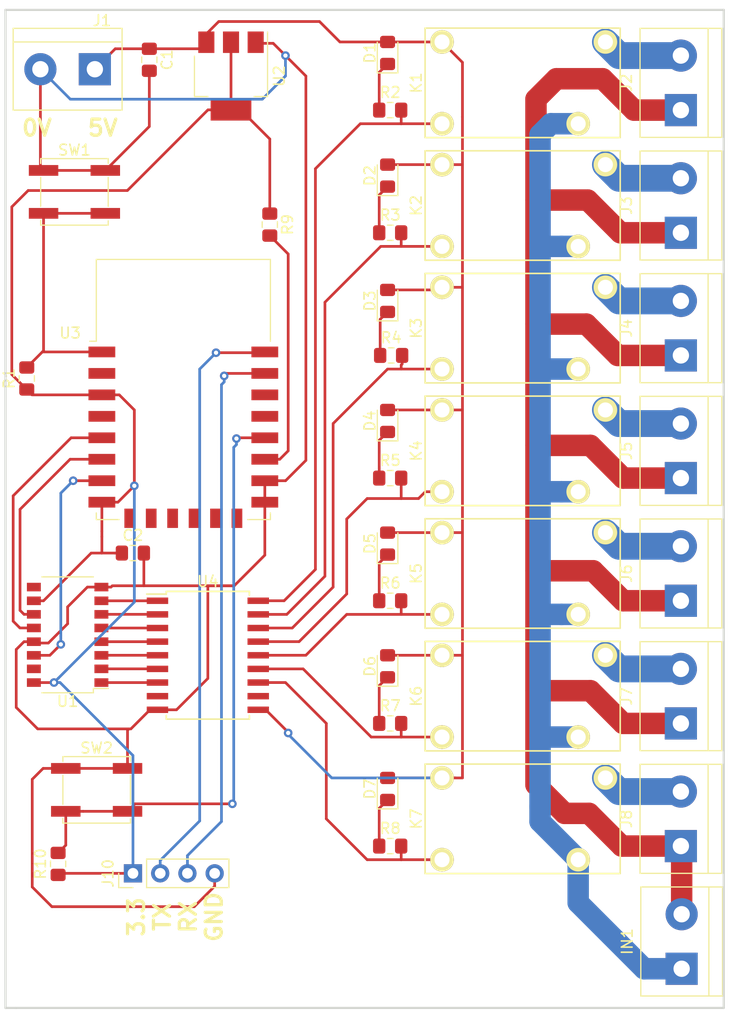
<source format=kicad_pcb>
(kicad_pcb (version 20171130) (host pcbnew 5.0.2-bee76a0~70~ubuntu18.04.1)

  (general
    (thickness 1.6)
    (drawings 7)
    (tracks 338)
    (zones 0)
    (modules 42)
    (nets 42)
  )

  (page A4)
  (layers
    (0 F.Cu signal)
    (31 B.Cu signal)
    (32 B.Adhes user)
    (33 F.Adhes user)
    (34 B.Paste user)
    (35 F.Paste user)
    (36 B.SilkS user)
    (37 F.SilkS user)
    (38 B.Mask user)
    (39 F.Mask user)
    (40 Dwgs.User user)
    (41 Cmts.User user)
    (42 Eco1.User user)
    (43 Eco2.User user)
    (44 Edge.Cuts user)
    (45 Margin user)
    (46 B.CrtYd user)
    (47 F.CrtYd user)
    (48 B.Fab user)
    (49 F.Fab user)
  )

  (setup
    (last_trace_width 0.25)
    (user_trace_width 1)
    (user_trace_width 2)
    (user_trace_width 2.5)
    (user_trace_width 3)
    (trace_clearance 0.2)
    (zone_clearance 0.508)
    (zone_45_only no)
    (trace_min 0.2)
    (segment_width 0.2)
    (edge_width 0.15)
    (via_size 0.8)
    (via_drill 0.4)
    (via_min_size 0.4)
    (via_min_drill 0.3)
    (uvia_size 0.3)
    (uvia_drill 0.1)
    (uvias_allowed no)
    (uvia_min_size 0.2)
    (uvia_min_drill 0.1)
    (pcb_text_width 0.3)
    (pcb_text_size 1.5 1.5)
    (mod_edge_width 0.15)
    (mod_text_size 1 1)
    (mod_text_width 0.15)
    (pad_size 1.524 1.524)
    (pad_drill 0.762)
    (pad_to_mask_clearance 0.2)
    (solder_mask_min_width 0.25)
    (aux_axis_origin 0 0)
    (visible_elements FFFFFF7F)
    (pcbplotparams
      (layerselection 0x010f0_ffffffff)
      (usegerberextensions false)
      (usegerberattributes false)
      (usegerberadvancedattributes false)
      (creategerberjobfile false)
      (excludeedgelayer true)
      (linewidth 0.100000)
      (plotframeref false)
      (viasonmask false)
      (mode 1)
      (useauxorigin false)
      (hpglpennumber 1)
      (hpglpenspeed 20)
      (hpglpendiameter 15.000000)
      (psnegative false)
      (psa4output false)
      (plotreference true)
      (plotvalue true)
      (plotinvisibletext false)
      (padsonsilk false)
      (subtractmaskfromsilk false)
      (outputformat 1)
      (mirror false)
      (drillshape 0)
      (scaleselection 1)
      (outputdirectory "GERBER/"))
  )

  (net 0 "")
  (net 1 /5V)
  (net 2 /GND)
  (net 3 /3V3)
  (net 4 "Net-(D1-Pad1)")
  (net 5 "Net-(D2-Pad1)")
  (net 6 "Net-(D3-Pad1)")
  (net 7 "Net-(D4-Pad1)")
  (net 8 "Net-(D5-Pad1)")
  (net 9 "Net-(D6-Pad1)")
  (net 10 "Net-(D7-Pad1)")
  (net 11 "Net-(J2-Pad2)")
  (net 12 "Net-(J3-Pad2)")
  (net 13 "Net-(J4-Pad2)")
  (net 14 "Net-(J5-Pad2)")
  (net 15 "Net-(J6-Pad2)")
  (net 16 "Net-(J7-Pad2)")
  (net 17 "Net-(J8-Pad2)")
  (net 18 /OUT1)
  (net 19 /OUT2)
  (net 20 /OUT3)
  (net 21 /OUT4)
  (net 22 /OUT5)
  (net 23 /OUT6)
  (net 24 /OUT7)
  (net 25 "Net-(R1-Pad2)")
  (net 26 /SRCLK)
  (net 27 /RCLK)
  (net 28 /SER)
  (net 29 /L7)
  (net 30 /L6)
  (net 31 /L5)
  (net 32 /L4)
  (net 33 /L3)
  (net 34 /L2)
  (net 35 /L1)
  (net 36 /TXD)
  (net 37 /RXD)
  (net 38 "Net-(R10-Pad2)")
  (net 39 /PH)
  (net 40 /NE)
  (net 41 "Net-(R9-Pad2)")

  (net_class Default "This is the default net class."
    (clearance 0.2)
    (trace_width 0.25)
    (via_dia 0.8)
    (via_drill 0.4)
    (uvia_dia 0.3)
    (uvia_drill 0.1)
    (add_net /3V3)
    (add_net /5V)
    (add_net /GND)
    (add_net /L1)
    (add_net /L2)
    (add_net /L3)
    (add_net /L4)
    (add_net /L5)
    (add_net /L6)
    (add_net /L7)
    (add_net /NE)
    (add_net /OUT1)
    (add_net /OUT2)
    (add_net /OUT3)
    (add_net /OUT4)
    (add_net /OUT5)
    (add_net /OUT6)
    (add_net /OUT7)
    (add_net /PH)
    (add_net /RCLK)
    (add_net /RXD)
    (add_net /SER)
    (add_net /SRCLK)
    (add_net /TXD)
    (add_net "Net-(D1-Pad1)")
    (add_net "Net-(D2-Pad1)")
    (add_net "Net-(D3-Pad1)")
    (add_net "Net-(D4-Pad1)")
    (add_net "Net-(D5-Pad1)")
    (add_net "Net-(D6-Pad1)")
    (add_net "Net-(D7-Pad1)")
    (add_net "Net-(J2-Pad2)")
    (add_net "Net-(J3-Pad2)")
    (add_net "Net-(J4-Pad2)")
    (add_net "Net-(J5-Pad2)")
    (add_net "Net-(J6-Pad2)")
    (add_net "Net-(J7-Pad2)")
    (add_net "Net-(J8-Pad2)")
    (add_net "Net-(R1-Pad2)")
    (add_net "Net-(R10-Pad2)")
    (add_net "Net-(R9-Pad2)")
  )

  (module MyLibrary:SANYOU-SJ-S (layer F.Cu) (tedit 5BA8A5FA) (tstamp 5BB5433B)
    (at 180.34 119.38)
    (path /5BA8A477)
    (fp_text reference K7 (at -10.033 0 90) (layer F.SilkS)
      (effects (font (size 1 1) (thickness 0.15)))
    )
    (fp_text value UMS05-1A80-75L (at 0 -5.969) (layer F.Fab)
      (effects (font (size 1 1) (thickness 0.15)))
    )
    (fp_line (start -9.2 -5.1) (end 9 -5.1) (layer F.SilkS) (width 0.15))
    (fp_line (start 9 -5.1) (end 9 5.1) (layer F.SilkS) (width 0.15))
    (fp_line (start 9 5.1) (end -9.2 5.1) (layer F.SilkS) (width 0.15))
    (fp_line (start -9.2 5.1) (end -9.2 -5.1) (layer F.SilkS) (width 0.15))
    (pad 1 thru_hole circle (at -7.62 3.81) (size 2.2 2.2) (drill 1.4) (layers *.Cu *.Mask F.SilkS)
      (net 24 /OUT7))
    (pad 2 thru_hole circle (at -7.62 -3.81) (size 2.2 2.2) (drill 1.4) (layers *.Cu *.Mask F.SilkS)
      (net 1 /5V))
    (pad 4 thru_hole circle (at 5.08 3.81) (size 2.2 2.2) (drill 1.4) (layers *.Cu *.Mask F.SilkS)
      (net 39 /PH))
    (pad 3 thru_hole circle (at 7.62 -3.81) (size 2.2 2.2) (drill 1.4) (layers *.Cu *.Mask F.SilkS)
      (net 17 "Net-(J8-Pad2)"))
  )

  (module Package_SO:SOP-16_4.4x10.4mm_P1.27mm (layer F.Cu) (tedit 5A02F25C) (tstamp 5BC13711)
    (at 137.795 102.235 180)
    (descr "16-Lead Plastic Small Outline http://www.vishay.com/docs/49633/sg2098.pdf")
    (tags "SOP 1.27")
    (path /5BA7F131)
    (attr smd)
    (fp_text reference U1 (at 0 -6.2 180) (layer F.SilkS)
      (effects (font (size 1 1) (thickness 0.15)))
    )
    (fp_text value 74HCT595 (at 0 6.1 180) (layer F.Fab)
      (effects (font (size 1 1) (thickness 0.15)))
    )
    (fp_text user %R (at 0 0 180) (layer F.Fab)
      (effects (font (size 0.8 0.8) (thickness 0.15)))
    )
    (fp_line (start -2.2 -4.6) (end -1.6 -5.2) (layer F.Fab) (width 0.1))
    (fp_line (start -2.4 -5.4) (end -2.4 -5) (layer F.SilkS) (width 0.12))
    (fp_line (start -2.4 -5) (end -3.8 -5) (layer F.SilkS) (width 0.12))
    (fp_line (start -1.6 -5.2) (end 2.2 -5.2) (layer F.Fab) (width 0.1))
    (fp_line (start 2.2 -5.2) (end 2.2 5.2) (layer F.Fab) (width 0.1))
    (fp_line (start 2.2 5.2) (end -2.2 5.2) (layer F.Fab) (width 0.1))
    (fp_line (start -2.2 5.2) (end -2.2 -4.6) (layer F.Fab) (width 0.1))
    (fp_line (start -2.4 -5.4) (end 2.4 -5.4) (layer F.SilkS) (width 0.12))
    (fp_line (start -2.4 5.4) (end 2.4 5.4) (layer F.SilkS) (width 0.12))
    (fp_line (start -4.05 -5.45) (end 4.05 -5.45) (layer F.CrtYd) (width 0.05))
    (fp_line (start -4.05 -5.45) (end -4.05 5.45) (layer F.CrtYd) (width 0.05))
    (fp_line (start 4.05 5.45) (end 4.05 -5.45) (layer F.CrtYd) (width 0.05))
    (fp_line (start 4.05 5.45) (end -4.05 5.45) (layer F.CrtYd) (width 0.05))
    (pad 1 smd rect (at -3.15 -4.45 180) (size 1.3 0.8) (layers F.Cu F.Paste F.Mask)
      (net 29 /L7))
    (pad 2 smd rect (at -3.15 -3.17 180) (size 1.3 0.8) (layers F.Cu F.Paste F.Mask)
      (net 30 /L6))
    (pad 3 smd rect (at -3.15 -1.91 180) (size 1.3 0.8) (layers F.Cu F.Paste F.Mask)
      (net 31 /L5))
    (pad 4 smd rect (at -3.15 -0.64 180) (size 1.3 0.8) (layers F.Cu F.Paste F.Mask)
      (net 32 /L4))
    (pad 5 smd rect (at -3.15 0.64 180) (size 1.3 0.8) (layers F.Cu F.Paste F.Mask)
      (net 33 /L3))
    (pad 6 smd rect (at -3.15 1.91 180) (size 1.3 0.8) (layers F.Cu F.Paste F.Mask)
      (net 34 /L2))
    (pad 7 smd rect (at -3.15 3.17 180) (size 1.3 0.8) (layers F.Cu F.Paste F.Mask)
      (net 35 /L1))
    (pad 8 smd rect (at -3.15 4.45 180) (size 1.3 0.8) (layers F.Cu F.Paste F.Mask)
      (net 2 /GND))
    (pad 9 smd rect (at 3.15 4.45 180) (size 1.3 0.8) (layers F.Cu F.Paste F.Mask))
    (pad 10 smd rect (at 3.15 3.17 180) (size 1.3 0.8) (layers F.Cu F.Paste F.Mask)
      (net 3 /3V3))
    (pad 11 smd rect (at 3.15 1.91 180) (size 1.3 0.8) (layers F.Cu F.Paste F.Mask)
      (net 26 /SRCLK))
    (pad 12 smd rect (at 3.15 0.64 180) (size 1.3 0.8) (layers F.Cu F.Paste F.Mask)
      (net 27 /RCLK))
    (pad 13 smd rect (at 3.15 -0.64 180) (size 1.3 0.8) (layers F.Cu F.Paste F.Mask)
      (net 2 /GND))
    (pad 14 smd rect (at 3.15 -1.91 180) (size 1.3 0.8) (layers F.Cu F.Paste F.Mask)
      (net 28 /SER))
    (pad 15 smd rect (at 3.15 -3.17 180) (size 1.3 0.8) (layers F.Cu F.Paste F.Mask))
    (pad 16 smd rect (at 3.15 -4.45 180) (size 1.3 0.8) (layers F.Cu F.Paste F.Mask)
      (net 3 /3V3))
    (model ${KISYS3DMOD}/Package_SO.3dshapes/SOP-16_4.4x10.4mm_P1.27mm.wrl
      (at (xyz 0 0 0))
      (scale (xyz 1 1 1))
      (rotate (xyz 0 0 0))
    )
  )

  (module Diode_SMD:D_0805_2012Metric_Pad1.15x1.40mm_HandSolder (layer F.Cu) (tedit 5B4B45C8) (tstamp 5BB541A5)
    (at 167.64 48.015 90)
    (descr "Diode SMD 0805 (2012 Metric), square (rectangular) end terminal, IPC_7351 nominal, (Body size source: https://docs.google.com/spreadsheets/d/1BsfQQcO9C6DZCsRaXUlFlo91Tg2WpOkGARC1WS5S8t0/edit?usp=sharing), generated with kicad-footprint-generator")
    (tags "diode handsolder")
    (path /5BB1662C)
    (attr smd)
    (fp_text reference D1 (at 0 -1.65 90) (layer F.SilkS)
      (effects (font (size 1 1) (thickness 0.15)))
    )
    (fp_text value LED (at 0 1.65 90) (layer F.Fab)
      (effects (font (size 1 1) (thickness 0.15)))
    )
    (fp_line (start 1 -0.6) (end -0.7 -0.6) (layer F.Fab) (width 0.1))
    (fp_line (start -0.7 -0.6) (end -1 -0.3) (layer F.Fab) (width 0.1))
    (fp_line (start -1 -0.3) (end -1 0.6) (layer F.Fab) (width 0.1))
    (fp_line (start -1 0.6) (end 1 0.6) (layer F.Fab) (width 0.1))
    (fp_line (start 1 0.6) (end 1 -0.6) (layer F.Fab) (width 0.1))
    (fp_line (start 1 -0.96) (end -1.86 -0.96) (layer F.SilkS) (width 0.12))
    (fp_line (start -1.86 -0.96) (end -1.86 0.96) (layer F.SilkS) (width 0.12))
    (fp_line (start -1.86 0.96) (end 1 0.96) (layer F.SilkS) (width 0.12))
    (fp_line (start -1.85 0.95) (end -1.85 -0.95) (layer F.CrtYd) (width 0.05))
    (fp_line (start -1.85 -0.95) (end 1.85 -0.95) (layer F.CrtYd) (width 0.05))
    (fp_line (start 1.85 -0.95) (end 1.85 0.95) (layer F.CrtYd) (width 0.05))
    (fp_line (start 1.85 0.95) (end -1.85 0.95) (layer F.CrtYd) (width 0.05))
    (fp_text user %R (at 0.025 0 90) (layer F.Fab)
      (effects (font (size 0.5 0.5) (thickness 0.08)))
    )
    (pad 1 smd roundrect (at -1.025 0 90) (size 1.15 1.4) (layers F.Cu F.Paste F.Mask) (roundrect_rratio 0.217391)
      (net 4 "Net-(D1-Pad1)"))
    (pad 2 smd roundrect (at 1.025 0 90) (size 1.15 1.4) (layers F.Cu F.Paste F.Mask) (roundrect_rratio 0.217391)
      (net 1 /5V))
    (model ${KISYS3DMOD}/Diode_SMD.3dshapes/D_0805_2012Metric.wrl
      (at (xyz 0 0 0))
      (scale (xyz 1 1 1))
      (rotate (xyz 0 0 0))
    )
  )

  (module Diode_SMD:D_0805_2012Metric_Pad1.15x1.40mm_HandSolder (layer F.Cu) (tedit 5B4B45C8) (tstamp 5BB541B8)
    (at 167.64 59.445 90)
    (descr "Diode SMD 0805 (2012 Metric), square (rectangular) end terminal, IPC_7351 nominal, (Body size source: https://docs.google.com/spreadsheets/d/1BsfQQcO9C6DZCsRaXUlFlo91Tg2WpOkGARC1WS5S8t0/edit?usp=sharing), generated with kicad-footprint-generator")
    (tags "diode handsolder")
    (path /5BB0C332)
    (attr smd)
    (fp_text reference D2 (at 0 -1.65 90) (layer F.SilkS)
      (effects (font (size 1 1) (thickness 0.15)))
    )
    (fp_text value LED (at 0 1.65 90) (layer F.Fab)
      (effects (font (size 1 1) (thickness 0.15)))
    )
    (fp_text user %R (at 0 0 90) (layer F.Fab)
      (effects (font (size 0.5 0.5) (thickness 0.08)))
    )
    (fp_line (start 1.85 0.95) (end -1.85 0.95) (layer F.CrtYd) (width 0.05))
    (fp_line (start 1.85 -0.95) (end 1.85 0.95) (layer F.CrtYd) (width 0.05))
    (fp_line (start -1.85 -0.95) (end 1.85 -0.95) (layer F.CrtYd) (width 0.05))
    (fp_line (start -1.85 0.95) (end -1.85 -0.95) (layer F.CrtYd) (width 0.05))
    (fp_line (start -1.86 0.96) (end 1 0.96) (layer F.SilkS) (width 0.12))
    (fp_line (start -1.86 -0.96) (end -1.86 0.96) (layer F.SilkS) (width 0.12))
    (fp_line (start 1 -0.96) (end -1.86 -0.96) (layer F.SilkS) (width 0.12))
    (fp_line (start 1 0.6) (end 1 -0.6) (layer F.Fab) (width 0.1))
    (fp_line (start -1 0.6) (end 1 0.6) (layer F.Fab) (width 0.1))
    (fp_line (start -1 -0.3) (end -1 0.6) (layer F.Fab) (width 0.1))
    (fp_line (start -0.7 -0.6) (end -1 -0.3) (layer F.Fab) (width 0.1))
    (fp_line (start 1 -0.6) (end -0.7 -0.6) (layer F.Fab) (width 0.1))
    (pad 2 smd roundrect (at 1.025 0 90) (size 1.15 1.4) (layers F.Cu F.Paste F.Mask) (roundrect_rratio 0.217391)
      (net 1 /5V))
    (pad 1 smd roundrect (at -1.025 0 90) (size 1.15 1.4) (layers F.Cu F.Paste F.Mask) (roundrect_rratio 0.217391)
      (net 5 "Net-(D2-Pad1)"))
    (model ${KISYS3DMOD}/Diode_SMD.3dshapes/D_0805_2012Metric.wrl
      (at (xyz 0 0 0))
      (scale (xyz 1 1 1))
      (rotate (xyz 0 0 0))
    )
  )

  (module Diode_SMD:D_0805_2012Metric_Pad1.15x1.40mm_HandSolder (layer F.Cu) (tedit 5B4B45C8) (tstamp 5BB541CB)
    (at 167.64 71.12 90)
    (descr "Diode SMD 0805 (2012 Metric), square (rectangular) end terminal, IPC_7351 nominal, (Body size source: https://docs.google.com/spreadsheets/d/1BsfQQcO9C6DZCsRaXUlFlo91Tg2WpOkGARC1WS5S8t0/edit?usp=sharing), generated with kicad-footprint-generator")
    (tags "diode handsolder")
    (path /5BB1B75C)
    (attr smd)
    (fp_text reference D3 (at 0 -1.65 90) (layer F.SilkS)
      (effects (font (size 1 1) (thickness 0.15)))
    )
    (fp_text value LED (at 0 1.65 90) (layer F.Fab)
      (effects (font (size 1 1) (thickness 0.15)))
    )
    (fp_text user %R (at -0.110001 -0.420001 90) (layer F.Fab)
      (effects (font (size 0.5 0.5) (thickness 0.08)))
    )
    (fp_line (start 1.85 0.95) (end -1.85 0.95) (layer F.CrtYd) (width 0.05))
    (fp_line (start 1.85 -0.95) (end 1.85 0.95) (layer F.CrtYd) (width 0.05))
    (fp_line (start -1.85 -0.95) (end 1.85 -0.95) (layer F.CrtYd) (width 0.05))
    (fp_line (start -1.85 0.95) (end -1.85 -0.95) (layer F.CrtYd) (width 0.05))
    (fp_line (start -1.86 0.96) (end 1 0.96) (layer F.SilkS) (width 0.12))
    (fp_line (start -1.86 -0.96) (end -1.86 0.96) (layer F.SilkS) (width 0.12))
    (fp_line (start 1 -0.96) (end -1.86 -0.96) (layer F.SilkS) (width 0.12))
    (fp_line (start 1 0.6) (end 1 -0.6) (layer F.Fab) (width 0.1))
    (fp_line (start -1 0.6) (end 1 0.6) (layer F.Fab) (width 0.1))
    (fp_line (start -1 -0.3) (end -1 0.6) (layer F.Fab) (width 0.1))
    (fp_line (start -0.7 -0.6) (end -1 -0.3) (layer F.Fab) (width 0.1))
    (fp_line (start 1 -0.6) (end -0.7 -0.6) (layer F.Fab) (width 0.1))
    (pad 2 smd roundrect (at 1.025 0 90) (size 1.15 1.4) (layers F.Cu F.Paste F.Mask) (roundrect_rratio 0.217391)
      (net 1 /5V))
    (pad 1 smd roundrect (at -1.025 0 90) (size 1.15 1.4) (layers F.Cu F.Paste F.Mask) (roundrect_rratio 0.217391)
      (net 6 "Net-(D3-Pad1)"))
    (model ${KISYS3DMOD}/Diode_SMD.3dshapes/D_0805_2012Metric.wrl
      (at (xyz 0 0 0))
      (scale (xyz 1 1 1))
      (rotate (xyz 0 0 0))
    )
  )

  (module Diode_SMD:D_0805_2012Metric_Pad1.15x1.40mm_HandSolder (layer F.Cu) (tedit 5B4B45C8) (tstamp 5BB541DE)
    (at 167.64 82.305 90)
    (descr "Diode SMD 0805 (2012 Metric), square (rectangular) end terminal, IPC_7351 nominal, (Body size source: https://docs.google.com/spreadsheets/d/1BsfQQcO9C6DZCsRaXUlFlo91Tg2WpOkGARC1WS5S8t0/edit?usp=sharing), generated with kicad-footprint-generator")
    (tags "diode handsolder")
    (path /5BB20978)
    (attr smd)
    (fp_text reference D4 (at 0 -1.65 90) (layer F.SilkS)
      (effects (font (size 1 1) (thickness 0.15)))
    )
    (fp_text value LED (at 0 1.65 90) (layer F.Fab)
      (effects (font (size 1 1) (thickness 0.15)))
    )
    (fp_line (start 1 -0.6) (end -0.7 -0.6) (layer F.Fab) (width 0.1))
    (fp_line (start -0.7 -0.6) (end -1 -0.3) (layer F.Fab) (width 0.1))
    (fp_line (start -1 -0.3) (end -1 0.6) (layer F.Fab) (width 0.1))
    (fp_line (start -1 0.6) (end 1 0.6) (layer F.Fab) (width 0.1))
    (fp_line (start 1 0.6) (end 1 -0.6) (layer F.Fab) (width 0.1))
    (fp_line (start 1 -0.96) (end -1.86 -0.96) (layer F.SilkS) (width 0.12))
    (fp_line (start -1.86 -0.96) (end -1.86 0.96) (layer F.SilkS) (width 0.12))
    (fp_line (start -1.86 0.96) (end 1 0.96) (layer F.SilkS) (width 0.12))
    (fp_line (start -1.85 0.95) (end -1.85 -0.95) (layer F.CrtYd) (width 0.05))
    (fp_line (start -1.85 -0.95) (end 1.85 -0.95) (layer F.CrtYd) (width 0.05))
    (fp_line (start 1.85 -0.95) (end 1.85 0.95) (layer F.CrtYd) (width 0.05))
    (fp_line (start 1.85 0.95) (end -1.85 0.95) (layer F.CrtYd) (width 0.05))
    (fp_text user %R (at 0 0 90) (layer F.Fab)
      (effects (font (size 0.5 0.5) (thickness 0.08)))
    )
    (pad 1 smd roundrect (at -1.025 0 90) (size 1.15 1.4) (layers F.Cu F.Paste F.Mask) (roundrect_rratio 0.217391)
      (net 7 "Net-(D4-Pad1)"))
    (pad 2 smd roundrect (at 1.025 0 90) (size 1.15 1.4) (layers F.Cu F.Paste F.Mask) (roundrect_rratio 0.217391)
      (net 1 /5V))
    (model ${KISYS3DMOD}/Diode_SMD.3dshapes/D_0805_2012Metric.wrl
      (at (xyz 0 0 0))
      (scale (xyz 1 1 1))
      (rotate (xyz 0 0 0))
    )
  )

  (module Diode_SMD:D_0805_2012Metric_Pad1.15x1.40mm_HandSolder (layer F.Cu) (tedit 5B4B45C8) (tstamp 5BB541F1)
    (at 167.64 93.735 90)
    (descr "Diode SMD 0805 (2012 Metric), square (rectangular) end terminal, IPC_7351 nominal, (Body size source: https://docs.google.com/spreadsheets/d/1BsfQQcO9C6DZCsRaXUlFlo91Tg2WpOkGARC1WS5S8t0/edit?usp=sharing), generated with kicad-footprint-generator")
    (tags "diode handsolder")
    (path /5BB35A5C)
    (attr smd)
    (fp_text reference D5 (at 0 -1.65 90) (layer F.SilkS)
      (effects (font (size 1 1) (thickness 0.15)))
    )
    (fp_text value LED (at 0 1.65 90) (layer F.Fab)
      (effects (font (size 1 1) (thickness 0.15)))
    )
    (fp_text user %R (at 0 0 90) (layer F.Fab)
      (effects (font (size 0.5 0.5) (thickness 0.08)))
    )
    (fp_line (start 1.85 0.95) (end -1.85 0.95) (layer F.CrtYd) (width 0.05))
    (fp_line (start 1.85 -0.95) (end 1.85 0.95) (layer F.CrtYd) (width 0.05))
    (fp_line (start -1.85 -0.95) (end 1.85 -0.95) (layer F.CrtYd) (width 0.05))
    (fp_line (start -1.85 0.95) (end -1.85 -0.95) (layer F.CrtYd) (width 0.05))
    (fp_line (start -1.86 0.96) (end 1 0.96) (layer F.SilkS) (width 0.12))
    (fp_line (start -1.86 -0.96) (end -1.86 0.96) (layer F.SilkS) (width 0.12))
    (fp_line (start 1 -0.96) (end -1.86 -0.96) (layer F.SilkS) (width 0.12))
    (fp_line (start 1 0.6) (end 1 -0.6) (layer F.Fab) (width 0.1))
    (fp_line (start -1 0.6) (end 1 0.6) (layer F.Fab) (width 0.1))
    (fp_line (start -1 -0.3) (end -1 0.6) (layer F.Fab) (width 0.1))
    (fp_line (start -0.7 -0.6) (end -1 -0.3) (layer F.Fab) (width 0.1))
    (fp_line (start 1 -0.6) (end -0.7 -0.6) (layer F.Fab) (width 0.1))
    (pad 2 smd roundrect (at 1.025 0 90) (size 1.15 1.4) (layers F.Cu F.Paste F.Mask) (roundrect_rratio 0.217391)
      (net 1 /5V))
    (pad 1 smd roundrect (at -1.025 0 90) (size 1.15 1.4) (layers F.Cu F.Paste F.Mask) (roundrect_rratio 0.217391)
      (net 8 "Net-(D5-Pad1)"))
    (model ${KISYS3DMOD}/Diode_SMD.3dshapes/D_0805_2012Metric.wrl
      (at (xyz 0 0 0))
      (scale (xyz 1 1 1))
      (rotate (xyz 0 0 0))
    )
  )

  (module Diode_SMD:D_0805_2012Metric_Pad1.15x1.40mm_HandSolder (layer F.Cu) (tedit 5B4B45C8) (tstamp 5BB54204)
    (at 167.64 105.165 90)
    (descr "Diode SMD 0805 (2012 Metric), square (rectangular) end terminal, IPC_7351 nominal, (Body size source: https://docs.google.com/spreadsheets/d/1BsfQQcO9C6DZCsRaXUlFlo91Tg2WpOkGARC1WS5S8t0/edit?usp=sharing), generated with kicad-footprint-generator")
    (tags "diode handsolder")
    (path /5BB304F9)
    (attr smd)
    (fp_text reference D6 (at 0 -1.65 90) (layer F.SilkS)
      (effects (font (size 1 1) (thickness 0.15)))
    )
    (fp_text value LED (at 0 1.65 90) (layer F.Fab)
      (effects (font (size 1 1) (thickness 0.15)))
    )
    (fp_line (start 1 -0.6) (end -0.7 -0.6) (layer F.Fab) (width 0.1))
    (fp_line (start -0.7 -0.6) (end -1 -0.3) (layer F.Fab) (width 0.1))
    (fp_line (start -1 -0.3) (end -1 0.6) (layer F.Fab) (width 0.1))
    (fp_line (start -1 0.6) (end 1 0.6) (layer F.Fab) (width 0.1))
    (fp_line (start 1 0.6) (end 1 -0.6) (layer F.Fab) (width 0.1))
    (fp_line (start 1 -0.96) (end -1.86 -0.96) (layer F.SilkS) (width 0.12))
    (fp_line (start -1.86 -0.96) (end -1.86 0.96) (layer F.SilkS) (width 0.12))
    (fp_line (start -1.86 0.96) (end 1 0.96) (layer F.SilkS) (width 0.12))
    (fp_line (start -1.85 0.95) (end -1.85 -0.95) (layer F.CrtYd) (width 0.05))
    (fp_line (start -1.85 -0.95) (end 1.85 -0.95) (layer F.CrtYd) (width 0.05))
    (fp_line (start 1.85 -0.95) (end 1.85 0.95) (layer F.CrtYd) (width 0.05))
    (fp_line (start 1.85 0.95) (end -1.85 0.95) (layer F.CrtYd) (width 0.05))
    (fp_text user %R (at 0 0 90) (layer F.Fab)
      (effects (font (size 0.5 0.5) (thickness 0.08)))
    )
    (pad 1 smd roundrect (at -1.025 0 90) (size 1.15 1.4) (layers F.Cu F.Paste F.Mask) (roundrect_rratio 0.217391)
      (net 9 "Net-(D6-Pad1)"))
    (pad 2 smd roundrect (at 1.025 0 90) (size 1.15 1.4) (layers F.Cu F.Paste F.Mask) (roundrect_rratio 0.217391)
      (net 1 /5V))
    (model ${KISYS3DMOD}/Diode_SMD.3dshapes/D_0805_2012Metric.wrl
      (at (xyz 0 0 0))
      (scale (xyz 1 1 1))
      (rotate (xyz 0 0 0))
    )
  )

  (module Diode_SMD:D_0805_2012Metric_Pad1.15x1.40mm_HandSolder (layer F.Cu) (tedit 5B4B45C8) (tstamp 5BB54217)
    (at 167.64 116.595 90)
    (descr "Diode SMD 0805 (2012 Metric), square (rectangular) end terminal, IPC_7351 nominal, (Body size source: https://docs.google.com/spreadsheets/d/1BsfQQcO9C6DZCsRaXUlFlo91Tg2WpOkGARC1WS5S8t0/edit?usp=sharing), generated with kicad-footprint-generator")
    (tags "diode handsolder")
    (path /5BB2B038)
    (attr smd)
    (fp_text reference D7 (at 0 -1.65 90) (layer F.SilkS)
      (effects (font (size 1 1) (thickness 0.15)))
    )
    (fp_text value LED (at 0 1.65 90) (layer F.Fab)
      (effects (font (size 1 1) (thickness 0.15)))
    )
    (fp_text user %R (at 0 0 90) (layer F.Fab)
      (effects (font (size 0.5 0.5) (thickness 0.08)))
    )
    (fp_line (start 1.85 0.95) (end -1.85 0.95) (layer F.CrtYd) (width 0.05))
    (fp_line (start 1.85 -0.95) (end 1.85 0.95) (layer F.CrtYd) (width 0.05))
    (fp_line (start -1.85 -0.95) (end 1.85 -0.95) (layer F.CrtYd) (width 0.05))
    (fp_line (start -1.85 0.95) (end -1.85 -0.95) (layer F.CrtYd) (width 0.05))
    (fp_line (start -1.86 0.96) (end 1 0.96) (layer F.SilkS) (width 0.12))
    (fp_line (start -1.86 -0.96) (end -1.86 0.96) (layer F.SilkS) (width 0.12))
    (fp_line (start 1 -0.96) (end -1.86 -0.96) (layer F.SilkS) (width 0.12))
    (fp_line (start 1 0.6) (end 1 -0.6) (layer F.Fab) (width 0.1))
    (fp_line (start -1 0.6) (end 1 0.6) (layer F.Fab) (width 0.1))
    (fp_line (start -1 -0.3) (end -1 0.6) (layer F.Fab) (width 0.1))
    (fp_line (start -0.7 -0.6) (end -1 -0.3) (layer F.Fab) (width 0.1))
    (fp_line (start 1 -0.6) (end -0.7 -0.6) (layer F.Fab) (width 0.1))
    (pad 2 smd roundrect (at 1.025 0 90) (size 1.15 1.4) (layers F.Cu F.Paste F.Mask) (roundrect_rratio 0.217391)
      (net 1 /5V))
    (pad 1 smd roundrect (at -1.025 0 90) (size 1.15 1.4) (layers F.Cu F.Paste F.Mask) (roundrect_rratio 0.217391)
      (net 10 "Net-(D7-Pad1)"))
    (model ${KISYS3DMOD}/Diode_SMD.3dshapes/D_0805_2012Metric.wrl
      (at (xyz 0 0 0))
      (scale (xyz 1 1 1))
      (rotate (xyz 0 0 0))
    )
  )

  (module TerminalBlock:TerminalBlock_bornier-2_P5.08mm (layer F.Cu) (tedit 59FF03AB) (tstamp 5BB5423F)
    (at 140.335 49.53 180)
    (descr "simple 2-pin terminal block, pitch 5.08mm, revamped version of bornier2")
    (tags "terminal block bornier2")
    (path /5BA8AC96)
    (fp_text reference J1 (at -0.665 4.53 180) (layer F.SilkS)
      (effects (font (size 1 1) (thickness 0.15)))
    )
    (fp_text value 5VIN (at 2.54 5.08 180) (layer F.Fab)
      (effects (font (size 1 1) (thickness 0.15)))
    )
    (fp_text user %R (at 2.54 0 180) (layer F.Fab)
      (effects (font (size 1 1) (thickness 0.15)))
    )
    (fp_line (start -2.41 2.55) (end 7.49 2.55) (layer F.Fab) (width 0.1))
    (fp_line (start -2.46 -3.75) (end -2.46 3.75) (layer F.Fab) (width 0.1))
    (fp_line (start -2.46 3.75) (end 7.54 3.75) (layer F.Fab) (width 0.1))
    (fp_line (start 7.54 3.75) (end 7.54 -3.75) (layer F.Fab) (width 0.1))
    (fp_line (start 7.54 -3.75) (end -2.46 -3.75) (layer F.Fab) (width 0.1))
    (fp_line (start 7.62 2.54) (end -2.54 2.54) (layer F.SilkS) (width 0.12))
    (fp_line (start 7.62 3.81) (end 7.62 -3.81) (layer F.SilkS) (width 0.12))
    (fp_line (start 7.62 -3.81) (end -2.54 -3.81) (layer F.SilkS) (width 0.12))
    (fp_line (start -2.54 -3.81) (end -2.54 3.81) (layer F.SilkS) (width 0.12))
    (fp_line (start -2.54 3.81) (end 7.62 3.81) (layer F.SilkS) (width 0.12))
    (fp_line (start -2.71 -4) (end 7.79 -4) (layer F.CrtYd) (width 0.05))
    (fp_line (start -2.71 -4) (end -2.71 4) (layer F.CrtYd) (width 0.05))
    (fp_line (start 7.79 4) (end 7.79 -4) (layer F.CrtYd) (width 0.05))
    (fp_line (start 7.79 4) (end -2.71 4) (layer F.CrtYd) (width 0.05))
    (pad 1 thru_hole rect (at 0 0 180) (size 3 3) (drill 1.52) (layers *.Cu *.Mask)
      (net 1 /5V))
    (pad 2 thru_hole circle (at 5.08 0 180) (size 3 3) (drill 1.52) (layers *.Cu *.Mask)
      (net 2 /GND))
    (model ${KISYS3DMOD}/TerminalBlock.3dshapes/TerminalBlock_bornier-2_P5.08mm.wrl
      (offset (xyz 2.539999961853027 0 0))
      (scale (xyz 1 1 1))
      (rotate (xyz 0 0 0))
    )
  )

  (module TerminalBlock:TerminalBlock_bornier-2_P5.08mm (layer F.Cu) (tedit 59FF03AB) (tstamp 5BC11D94)
    (at 195 53.34 90)
    (descr "simple 2-pin terminal block, pitch 5.08mm, revamped version of bornier2")
    (tags "terminal block bornier2")
    (path /5BA8A7E8)
    (fp_text reference J2 (at 2.54 -5.08 90) (layer F.SilkS)
      (effects (font (size 1 1) (thickness 0.15)))
    )
    (fp_text value Conn_01x02_Female (at 2.54 5.08 90) (layer F.Fab)
      (effects (font (size 1 1) (thickness 0.15)))
    )
    (fp_text user %R (at 2.54 0 90) (layer F.Fab)
      (effects (font (size 1 1) (thickness 0.15)))
    )
    (fp_line (start -2.41 2.55) (end 7.49 2.55) (layer F.Fab) (width 0.1))
    (fp_line (start -2.46 -3.75) (end -2.46 3.75) (layer F.Fab) (width 0.1))
    (fp_line (start -2.46 3.75) (end 7.54 3.75) (layer F.Fab) (width 0.1))
    (fp_line (start 7.54 3.75) (end 7.54 -3.75) (layer F.Fab) (width 0.1))
    (fp_line (start 7.54 -3.75) (end -2.46 -3.75) (layer F.Fab) (width 0.1))
    (fp_line (start 7.62 2.54) (end -2.54 2.54) (layer F.SilkS) (width 0.12))
    (fp_line (start 7.62 3.81) (end 7.62 -3.81) (layer F.SilkS) (width 0.12))
    (fp_line (start 7.62 -3.81) (end -2.54 -3.81) (layer F.SilkS) (width 0.12))
    (fp_line (start -2.54 -3.81) (end -2.54 3.81) (layer F.SilkS) (width 0.12))
    (fp_line (start -2.54 3.81) (end 7.62 3.81) (layer F.SilkS) (width 0.12))
    (fp_line (start -2.71 -4) (end 7.79 -4) (layer F.CrtYd) (width 0.05))
    (fp_line (start -2.71 -4) (end -2.71 4) (layer F.CrtYd) (width 0.05))
    (fp_line (start 7.79 4) (end 7.79 -4) (layer F.CrtYd) (width 0.05))
    (fp_line (start 7.79 4) (end -2.71 4) (layer F.CrtYd) (width 0.05))
    (pad 1 thru_hole rect (at 0 0 90) (size 3 3) (drill 1.52) (layers *.Cu *.Mask)
      (net 40 /NE))
    (pad 2 thru_hole circle (at 5.08 0 90) (size 3 3) (drill 1.52) (layers *.Cu *.Mask)
      (net 11 "Net-(J2-Pad2)"))
    (model ${KISYS3DMOD}/TerminalBlock.3dshapes/TerminalBlock_bornier-2_P5.08mm.wrl
      (offset (xyz 2.539999961853027 0 0))
      (scale (xyz 1 1 1))
      (rotate (xyz 0 0 0))
    )
  )

  (module TerminalBlock:TerminalBlock_bornier-2_P5.08mm (layer F.Cu) (tedit 59FF03AB) (tstamp 5BB54269)
    (at 195 64.77 90)
    (descr "simple 2-pin terminal block, pitch 5.08mm, revamped version of bornier2")
    (tags "terminal block bornier2")
    (path /5BA8A910)
    (fp_text reference J3 (at 2.54 -5.08 90) (layer F.SilkS)
      (effects (font (size 1 1) (thickness 0.15)))
    )
    (fp_text value Conn_01x02_Female (at 2.54 5.08 90) (layer F.Fab)
      (effects (font (size 1 1) (thickness 0.15)))
    )
    (fp_line (start 7.79 4) (end -2.71 4) (layer F.CrtYd) (width 0.05))
    (fp_line (start 7.79 4) (end 7.79 -4) (layer F.CrtYd) (width 0.05))
    (fp_line (start -2.71 -4) (end -2.71 4) (layer F.CrtYd) (width 0.05))
    (fp_line (start -2.71 -4) (end 7.79 -4) (layer F.CrtYd) (width 0.05))
    (fp_line (start -2.54 3.81) (end 7.62 3.81) (layer F.SilkS) (width 0.12))
    (fp_line (start -2.54 -3.81) (end -2.54 3.81) (layer F.SilkS) (width 0.12))
    (fp_line (start 7.62 -3.81) (end -2.54 -3.81) (layer F.SilkS) (width 0.12))
    (fp_line (start 7.62 3.81) (end 7.62 -3.81) (layer F.SilkS) (width 0.12))
    (fp_line (start 7.62 2.54) (end -2.54 2.54) (layer F.SilkS) (width 0.12))
    (fp_line (start 7.54 -3.75) (end -2.46 -3.75) (layer F.Fab) (width 0.1))
    (fp_line (start 7.54 3.75) (end 7.54 -3.75) (layer F.Fab) (width 0.1))
    (fp_line (start -2.46 3.75) (end 7.54 3.75) (layer F.Fab) (width 0.1))
    (fp_line (start -2.46 -3.75) (end -2.46 3.75) (layer F.Fab) (width 0.1))
    (fp_line (start -2.41 2.55) (end 7.49 2.55) (layer F.Fab) (width 0.1))
    (fp_text user %R (at 2.54 0 90) (layer F.Fab)
      (effects (font (size 1 1) (thickness 0.15)))
    )
    (pad 2 thru_hole circle (at 5.08 0 90) (size 3 3) (drill 1.52) (layers *.Cu *.Mask)
      (net 12 "Net-(J3-Pad2)"))
    (pad 1 thru_hole rect (at 0 0 90) (size 3 3) (drill 1.52) (layers *.Cu *.Mask)
      (net 40 /NE))
    (model ${KISYS3DMOD}/TerminalBlock.3dshapes/TerminalBlock_bornier-2_P5.08mm.wrl
      (offset (xyz 2.539999961853027 0 0))
      (scale (xyz 1 1 1))
      (rotate (xyz 0 0 0))
    )
  )

  (module TerminalBlock:TerminalBlock_bornier-2_P5.08mm (layer F.Cu) (tedit 59FF03AB) (tstamp 5BB5427E)
    (at 195 76.2 90)
    (descr "simple 2-pin terminal block, pitch 5.08mm, revamped version of bornier2")
    (tags "terminal block bornier2")
    (path /5BA8A968)
    (fp_text reference J4 (at 2.54 -5.08 90) (layer F.SilkS)
      (effects (font (size 1 1) (thickness 0.15)))
    )
    (fp_text value Conn_01x02_Female (at 2.54 5.08 90) (layer F.Fab)
      (effects (font (size 1 1) (thickness 0.15)))
    )
    (fp_text user %R (at 2.54 0 90) (layer F.Fab)
      (effects (font (size 1 1) (thickness 0.15)))
    )
    (fp_line (start -2.41 2.55) (end 7.49 2.55) (layer F.Fab) (width 0.1))
    (fp_line (start -2.46 -3.75) (end -2.46 3.75) (layer F.Fab) (width 0.1))
    (fp_line (start -2.46 3.75) (end 7.54 3.75) (layer F.Fab) (width 0.1))
    (fp_line (start 7.54 3.75) (end 7.54 -3.75) (layer F.Fab) (width 0.1))
    (fp_line (start 7.54 -3.75) (end -2.46 -3.75) (layer F.Fab) (width 0.1))
    (fp_line (start 7.62 2.54) (end -2.54 2.54) (layer F.SilkS) (width 0.12))
    (fp_line (start 7.62 3.81) (end 7.62 -3.81) (layer F.SilkS) (width 0.12))
    (fp_line (start 7.62 -3.81) (end -2.54 -3.81) (layer F.SilkS) (width 0.12))
    (fp_line (start -2.54 -3.81) (end -2.54 3.81) (layer F.SilkS) (width 0.12))
    (fp_line (start -2.54 3.81) (end 7.62 3.81) (layer F.SilkS) (width 0.12))
    (fp_line (start -2.71 -4) (end 7.79 -4) (layer F.CrtYd) (width 0.05))
    (fp_line (start -2.71 -4) (end -2.71 4) (layer F.CrtYd) (width 0.05))
    (fp_line (start 7.79 4) (end 7.79 -4) (layer F.CrtYd) (width 0.05))
    (fp_line (start 7.79 4) (end -2.71 4) (layer F.CrtYd) (width 0.05))
    (pad 1 thru_hole rect (at 0 0 90) (size 3 3) (drill 1.52) (layers *.Cu *.Mask)
      (net 40 /NE))
    (pad 2 thru_hole circle (at 5.08 0 90) (size 3 3) (drill 1.52) (layers *.Cu *.Mask)
      (net 13 "Net-(J4-Pad2)"))
    (model ${KISYS3DMOD}/TerminalBlock.3dshapes/TerminalBlock_bornier-2_P5.08mm.wrl
      (offset (xyz 2.539999961853027 0 0))
      (scale (xyz 1 1 1))
      (rotate (xyz 0 0 0))
    )
  )

  (module TerminalBlock:TerminalBlock_bornier-2_P5.08mm (layer F.Cu) (tedit 59FF03AB) (tstamp 5BB54293)
    (at 195 87.63 90)
    (descr "simple 2-pin terminal block, pitch 5.08mm, revamped version of bornier2")
    (tags "terminal block bornier2")
    (path /5BA8A9F4)
    (fp_text reference J5 (at 2.54 -5.08 90) (layer F.SilkS)
      (effects (font (size 1 1) (thickness 0.15)))
    )
    (fp_text value Conn_01x02_Female (at 2.54 5.08 90) (layer F.Fab)
      (effects (font (size 1 1) (thickness 0.15)))
    )
    (fp_line (start 7.79 4) (end -2.71 4) (layer F.CrtYd) (width 0.05))
    (fp_line (start 7.79 4) (end 7.79 -4) (layer F.CrtYd) (width 0.05))
    (fp_line (start -2.71 -4) (end -2.71 4) (layer F.CrtYd) (width 0.05))
    (fp_line (start -2.71 -4) (end 7.79 -4) (layer F.CrtYd) (width 0.05))
    (fp_line (start -2.54 3.81) (end 7.62 3.81) (layer F.SilkS) (width 0.12))
    (fp_line (start -2.54 -3.81) (end -2.54 3.81) (layer F.SilkS) (width 0.12))
    (fp_line (start 7.62 -3.81) (end -2.54 -3.81) (layer F.SilkS) (width 0.12))
    (fp_line (start 7.62 3.81) (end 7.62 -3.81) (layer F.SilkS) (width 0.12))
    (fp_line (start 7.62 2.54) (end -2.54 2.54) (layer F.SilkS) (width 0.12))
    (fp_line (start 7.54 -3.75) (end -2.46 -3.75) (layer F.Fab) (width 0.1))
    (fp_line (start 7.54 3.75) (end 7.54 -3.75) (layer F.Fab) (width 0.1))
    (fp_line (start -2.46 3.75) (end 7.54 3.75) (layer F.Fab) (width 0.1))
    (fp_line (start -2.46 -3.75) (end -2.46 3.75) (layer F.Fab) (width 0.1))
    (fp_line (start -2.41 2.55) (end 7.49 2.55) (layer F.Fab) (width 0.1))
    (fp_text user %R (at 2.54 0 90) (layer F.Fab)
      (effects (font (size 1 1) (thickness 0.15)))
    )
    (pad 2 thru_hole circle (at 5.08 0 90) (size 3 3) (drill 1.52) (layers *.Cu *.Mask)
      (net 14 "Net-(J5-Pad2)"))
    (pad 1 thru_hole rect (at 0 0 90) (size 3 3) (drill 1.52) (layers *.Cu *.Mask)
      (net 40 /NE))
    (model ${KISYS3DMOD}/TerminalBlock.3dshapes/TerminalBlock_bornier-2_P5.08mm.wrl
      (offset (xyz 2.539999961853027 0 0))
      (scale (xyz 1 1 1))
      (rotate (xyz 0 0 0))
    )
  )

  (module TerminalBlock:TerminalBlock_bornier-2_P5.08mm (layer F.Cu) (tedit 59FF03AB) (tstamp 5BB542A8)
    (at 195 99.06 90)
    (descr "simple 2-pin terminal block, pitch 5.08mm, revamped version of bornier2")
    (tags "terminal block bornier2")
    (path /5BA8AAC2)
    (fp_text reference J6 (at 2.54 -5.08 90) (layer F.SilkS)
      (effects (font (size 1 1) (thickness 0.15)))
    )
    (fp_text value Conn_01x02_Female (at 2.54 5.08 90) (layer F.Fab)
      (effects (font (size 1 1) (thickness 0.15)))
    )
    (fp_text user %R (at 2.54 0 90) (layer F.Fab)
      (effects (font (size 1 1) (thickness 0.15)))
    )
    (fp_line (start -2.41 2.55) (end 7.49 2.55) (layer F.Fab) (width 0.1))
    (fp_line (start -2.46 -3.75) (end -2.46 3.75) (layer F.Fab) (width 0.1))
    (fp_line (start -2.46 3.75) (end 7.54 3.75) (layer F.Fab) (width 0.1))
    (fp_line (start 7.54 3.75) (end 7.54 -3.75) (layer F.Fab) (width 0.1))
    (fp_line (start 7.54 -3.75) (end -2.46 -3.75) (layer F.Fab) (width 0.1))
    (fp_line (start 7.62 2.54) (end -2.54 2.54) (layer F.SilkS) (width 0.12))
    (fp_line (start 7.62 3.81) (end 7.62 -3.81) (layer F.SilkS) (width 0.12))
    (fp_line (start 7.62 -3.81) (end -2.54 -3.81) (layer F.SilkS) (width 0.12))
    (fp_line (start -2.54 -3.81) (end -2.54 3.81) (layer F.SilkS) (width 0.12))
    (fp_line (start -2.54 3.81) (end 7.62 3.81) (layer F.SilkS) (width 0.12))
    (fp_line (start -2.71 -4) (end 7.79 -4) (layer F.CrtYd) (width 0.05))
    (fp_line (start -2.71 -4) (end -2.71 4) (layer F.CrtYd) (width 0.05))
    (fp_line (start 7.79 4) (end 7.79 -4) (layer F.CrtYd) (width 0.05))
    (fp_line (start 7.79 4) (end -2.71 4) (layer F.CrtYd) (width 0.05))
    (pad 1 thru_hole rect (at 0 0 90) (size 3 3) (drill 1.52) (layers *.Cu *.Mask)
      (net 40 /NE))
    (pad 2 thru_hole circle (at 5.08 0 90) (size 3 3) (drill 1.52) (layers *.Cu *.Mask)
      (net 15 "Net-(J6-Pad2)"))
    (model ${KISYS3DMOD}/TerminalBlock.3dshapes/TerminalBlock_bornier-2_P5.08mm.wrl
      (offset (xyz 2.539999961853027 0 0))
      (scale (xyz 1 1 1))
      (rotate (xyz 0 0 0))
    )
  )

  (module TerminalBlock:TerminalBlock_bornier-2_P5.08mm (layer F.Cu) (tedit 59FF03AB) (tstamp 5BB542BD)
    (at 195 110.49 90)
    (descr "simple 2-pin terminal block, pitch 5.08mm, revamped version of bornier2")
    (tags "terminal block bornier2")
    (path /5BA8AB76)
    (fp_text reference J7 (at 2.54 -5.08 90) (layer F.SilkS)
      (effects (font (size 1 1) (thickness 0.15)))
    )
    (fp_text value Conn_01x02_Female (at 2.54 5.08 90) (layer F.Fab)
      (effects (font (size 1 1) (thickness 0.15)))
    )
    (fp_line (start 7.79 4) (end -2.71 4) (layer F.CrtYd) (width 0.05))
    (fp_line (start 7.79 4) (end 7.79 -4) (layer F.CrtYd) (width 0.05))
    (fp_line (start -2.71 -4) (end -2.71 4) (layer F.CrtYd) (width 0.05))
    (fp_line (start -2.71 -4) (end 7.79 -4) (layer F.CrtYd) (width 0.05))
    (fp_line (start -2.54 3.81) (end 7.62 3.81) (layer F.SilkS) (width 0.12))
    (fp_line (start -2.54 -3.81) (end -2.54 3.81) (layer F.SilkS) (width 0.12))
    (fp_line (start 7.62 -3.81) (end -2.54 -3.81) (layer F.SilkS) (width 0.12))
    (fp_line (start 7.62 3.81) (end 7.62 -3.81) (layer F.SilkS) (width 0.12))
    (fp_line (start 7.62 2.54) (end -2.54 2.54) (layer F.SilkS) (width 0.12))
    (fp_line (start 7.54 -3.75) (end -2.46 -3.75) (layer F.Fab) (width 0.1))
    (fp_line (start 7.54 3.75) (end 7.54 -3.75) (layer F.Fab) (width 0.1))
    (fp_line (start -2.46 3.75) (end 7.54 3.75) (layer F.Fab) (width 0.1))
    (fp_line (start -2.46 -3.75) (end -2.46 3.75) (layer F.Fab) (width 0.1))
    (fp_line (start -2.41 2.55) (end 7.49 2.55) (layer F.Fab) (width 0.1))
    (fp_text user %R (at 2.54 0 90) (layer F.Fab)
      (effects (font (size 1 1) (thickness 0.15)))
    )
    (pad 2 thru_hole circle (at 5.08 0 90) (size 3 3) (drill 1.52) (layers *.Cu *.Mask)
      (net 16 "Net-(J7-Pad2)"))
    (pad 1 thru_hole rect (at 0 0 90) (size 3 3) (drill 1.52) (layers *.Cu *.Mask)
      (net 40 /NE))
    (model ${KISYS3DMOD}/TerminalBlock.3dshapes/TerminalBlock_bornier-2_P5.08mm.wrl
      (offset (xyz 2.539999961853027 0 0))
      (scale (xyz 1 1 1))
      (rotate (xyz 0 0 0))
    )
  )

  (module TerminalBlock:TerminalBlock_bornier-2_P5.08mm (layer F.Cu) (tedit 5BA8B369) (tstamp 5BC116F0)
    (at 195 121.92 90)
    (descr "simple 2-pin terminal block, pitch 5.08mm, revamped version of bornier2")
    (tags "terminal block bornier2")
    (path /5BA8ABDC)
    (fp_text reference J8 (at 2.54 -5.08 90) (layer F.SilkS)
      (effects (font (size 1 1) (thickness 0.15)))
    )
    (fp_text value Conn_01x02_Female (at 2.54 5.08 90) (layer F.Fab)
      (effects (font (size 1 1) (thickness 0.15)))
    )
    (fp_text user %R (at 2.54 0 90) (layer F.Fab)
      (effects (font (size 1 1) (thickness 0.15)))
    )
    (fp_line (start -2.41 2.55) (end 7.49 2.55) (layer F.Fab) (width 0.1))
    (fp_line (start -2.46 -3.75) (end -2.46 3.75) (layer F.Fab) (width 0.1))
    (fp_line (start -2.46 3.75) (end 7.54 3.75) (layer F.Fab) (width 0.1))
    (fp_line (start 7.54 3.75) (end 7.54 -3.75) (layer F.Fab) (width 0.1))
    (fp_line (start 7.54 -3.75) (end -2.46 -3.75) (layer F.Fab) (width 0.1))
    (fp_line (start 7.62 2.54) (end -2.54 2.54) (layer F.SilkS) (width 0.12))
    (fp_line (start 7.62 3.81) (end 7.62 -3.81) (layer F.SilkS) (width 0.12))
    (fp_line (start 7.62 -3.81) (end -2.54 -3.81) (layer F.SilkS) (width 0.12))
    (fp_line (start -2.54 -3.81) (end -2.54 3.81) (layer F.SilkS) (width 0.12))
    (fp_line (start -2.54 3.81) (end 7.62 3.81) (layer F.SilkS) (width 0.12))
    (fp_line (start -2.71 -4) (end 7.79 -4) (layer F.CrtYd) (width 0.05))
    (fp_line (start -2.71 -4) (end -2.71 4) (layer F.CrtYd) (width 0.05))
    (fp_line (start 7.79 4) (end 7.79 -4) (layer F.CrtYd) (width 0.05))
    (fp_line (start 7.79 4) (end -2.71 4) (layer F.CrtYd) (width 0.05))
    (pad 1 thru_hole rect (at 0 0 90) (size 3 3) (drill 1.52) (layers *.Cu *.Mask)
      (net 40 /NE))
    (pad 2 thru_hole circle (at 5.08 0 90) (size 3 3) (drill 1.52) (layers *.Cu *.Mask)
      (net 17 "Net-(J8-Pad2)"))
    (model ${KISYS3DMOD}/TerminalBlock.3dshapes/TerminalBlock_bornier-2_P5.08mm.wrl
      (offset (xyz 2.539999961853027 0 0))
      (scale (xyz 1 1 1))
      (rotate (xyz 0 0 0))
    )
  )

  (module MyLibrary:SANYOU-SJ-S (layer F.Cu) (tedit 5BA8A5FA) (tstamp 5BB542F3)
    (at 180.34 50.8)
    (path /5BA89EA9)
    (fp_text reference K1 (at -10.033 0 90) (layer F.SilkS)
      (effects (font (size 1 1) (thickness 0.15)))
    )
    (fp_text value UMS05-1A80-75L (at 0 -5.969) (layer F.Fab)
      (effects (font (size 1 1) (thickness 0.15)))
    )
    (fp_line (start -9.2 5.1) (end -9.2 -5.1) (layer F.SilkS) (width 0.15))
    (fp_line (start 9 5.1) (end -9.2 5.1) (layer F.SilkS) (width 0.15))
    (fp_line (start 9 -5.1) (end 9 5.1) (layer F.SilkS) (width 0.15))
    (fp_line (start -9.2 -5.1) (end 9 -5.1) (layer F.SilkS) (width 0.15))
    (pad 3 thru_hole circle (at 7.62 -3.81) (size 2.2 2.2) (drill 1.4) (layers *.Cu *.Mask F.SilkS)
      (net 11 "Net-(J2-Pad2)"))
    (pad 4 thru_hole circle (at 5.08 3.81) (size 2.2 2.2) (drill 1.4) (layers *.Cu *.Mask F.SilkS)
      (net 39 /PH))
    (pad 2 thru_hole circle (at -7.62 -3.81) (size 2.2 2.2) (drill 1.4) (layers *.Cu *.Mask F.SilkS)
      (net 1 /5V))
    (pad 1 thru_hole circle (at -7.62 3.81) (size 2.2 2.2) (drill 1.4) (layers *.Cu *.Mask F.SilkS)
      (net 18 /OUT1))
  )

  (module MyLibrary:SANYOU-SJ-S (layer F.Cu) (tedit 5BA8A5FA) (tstamp 5BB542FF)
    (at 180.34 62.23)
    (path /5BA89F77)
    (fp_text reference K2 (at -10.033 0 90) (layer F.SilkS)
      (effects (font (size 1 1) (thickness 0.15)))
    )
    (fp_text value UMS05-1A80-75L (at 0 -5.969) (layer F.Fab)
      (effects (font (size 1 1) (thickness 0.15)))
    )
    (fp_line (start -9.2 -5.1) (end 9 -5.1) (layer F.SilkS) (width 0.15))
    (fp_line (start 9 -5.1) (end 9 5.1) (layer F.SilkS) (width 0.15))
    (fp_line (start 9 5.1) (end -9.2 5.1) (layer F.SilkS) (width 0.15))
    (fp_line (start -9.2 5.1) (end -9.2 -5.1) (layer F.SilkS) (width 0.15))
    (pad 1 thru_hole circle (at -7.62 3.81) (size 2.2 2.2) (drill 1.4) (layers *.Cu *.Mask F.SilkS)
      (net 19 /OUT2))
    (pad 2 thru_hole circle (at -7.62 -3.81) (size 2.2 2.2) (drill 1.4) (layers *.Cu *.Mask F.SilkS)
      (net 1 /5V))
    (pad 4 thru_hole circle (at 5.08 3.81) (size 2.2 2.2) (drill 1.4) (layers *.Cu *.Mask F.SilkS)
      (net 39 /PH))
    (pad 3 thru_hole circle (at 7.62 -3.81) (size 2.2 2.2) (drill 1.4) (layers *.Cu *.Mask F.SilkS)
      (net 12 "Net-(J3-Pad2)"))
  )

  (module MyLibrary:SANYOU-SJ-S (layer F.Cu) (tedit 5BA8A5FA) (tstamp 5BB5430B)
    (at 180.34 73.66)
    (path /5BA89FC7)
    (fp_text reference K3 (at -10.033 0 90) (layer F.SilkS)
      (effects (font (size 1 1) (thickness 0.15)))
    )
    (fp_text value UMS05-1A80-75L (at 0 -5.969) (layer F.Fab)
      (effects (font (size 1 1) (thickness 0.15)))
    )
    (fp_line (start -9.2 5.1) (end -9.2 -5.1) (layer F.SilkS) (width 0.15))
    (fp_line (start 9 5.1) (end -9.2 5.1) (layer F.SilkS) (width 0.15))
    (fp_line (start 9 -5.1) (end 9 5.1) (layer F.SilkS) (width 0.15))
    (fp_line (start -9.2 -5.1) (end 9 -5.1) (layer F.SilkS) (width 0.15))
    (pad 3 thru_hole circle (at 7.62 -3.81) (size 2.2 2.2) (drill 1.4) (layers *.Cu *.Mask F.SilkS)
      (net 13 "Net-(J4-Pad2)"))
    (pad 4 thru_hole circle (at 5.08 3.81) (size 2.2 2.2) (drill 1.4) (layers *.Cu *.Mask F.SilkS)
      (net 39 /PH))
    (pad 2 thru_hole circle (at -7.62 -3.81) (size 2.2 2.2) (drill 1.4) (layers *.Cu *.Mask F.SilkS)
      (net 1 /5V))
    (pad 1 thru_hole circle (at -7.62 3.81) (size 2.2 2.2) (drill 1.4) (layers *.Cu *.Mask F.SilkS)
      (net 20 /OUT3))
  )

  (module MyLibrary:SANYOU-SJ-S (layer F.Cu) (tedit 5BA8ADD6) (tstamp 5BB54317)
    (at 180.34 85.09)
    (path /5BA8A007)
    (fp_text reference K4 (at -10.033 0 90) (layer F.SilkS)
      (effects (font (size 1 1) (thickness 0.15)))
    )
    (fp_text value UMS05-1A80-75L (at 0 -5.969) (layer F.Fab)
      (effects (font (size 1 1) (thickness 0.15)))
    )
    (fp_line (start -9.2 -5.1) (end 9 -5.1) (layer F.SilkS) (width 0.15))
    (fp_line (start 9 -5.1) (end 9 5.1) (layer F.SilkS) (width 0.15))
    (fp_line (start 9 5.1) (end -9.2 5.1) (layer F.SilkS) (width 0.15))
    (fp_line (start -9.2 5.1) (end -9.2 -5.1) (layer F.SilkS) (width 0.15))
    (pad 1 thru_hole circle (at -7.62 3.81) (size 2.2 2.2) (drill 1.4) (layers *.Cu *.Mask F.SilkS)
      (net 21 /OUT4))
    (pad 2 thru_hole circle (at -7.62 -3.81) (size 2.2 2.2) (drill 1.4) (layers *.Cu *.Mask F.SilkS)
      (net 1 /5V))
    (pad 4 thru_hole circle (at 5.08 3.81) (size 2.2 2.2) (drill 1.4) (layers *.Cu *.Mask F.SilkS)
      (net 39 /PH))
    (pad 3 thru_hole circle (at 7.62 -3.81) (size 2.2 2.2) (drill 1.4) (layers *.Cu *.Mask F.SilkS)
      (net 14 "Net-(J5-Pad2)"))
  )

  (module MyLibrary:SANYOU-SJ-S (layer F.Cu) (tedit 5BA8A5FA) (tstamp 5BB54323)
    (at 180.34 96.52)
    (path /5BA8A04F)
    (fp_text reference K5 (at -10.033 0 90) (layer F.SilkS)
      (effects (font (size 1 1) (thickness 0.15)))
    )
    (fp_text value UMS05-1A80-75L (at 0 -5.969) (layer F.Fab)
      (effects (font (size 1 1) (thickness 0.15)))
    )
    (fp_line (start -9.2 -5.1) (end 9 -5.1) (layer F.SilkS) (width 0.15))
    (fp_line (start 9 -5.1) (end 9 5.1) (layer F.SilkS) (width 0.15))
    (fp_line (start 9 5.1) (end -9.2 5.1) (layer F.SilkS) (width 0.15))
    (fp_line (start -9.2 5.1) (end -9.2 -5.1) (layer F.SilkS) (width 0.15))
    (pad 1 thru_hole circle (at -7.62 3.81) (size 2.2 2.2) (drill 1.4) (layers *.Cu *.Mask F.SilkS)
      (net 22 /OUT5))
    (pad 2 thru_hole circle (at -7.62 -3.81) (size 2.2 2.2) (drill 1.4) (layers *.Cu *.Mask F.SilkS)
      (net 1 /5V))
    (pad 4 thru_hole circle (at 5.08 3.81) (size 2.2 2.2) (drill 1.4) (layers *.Cu *.Mask F.SilkS)
      (net 39 /PH))
    (pad 3 thru_hole circle (at 7.62 -3.81) (size 2.2 2.2) (drill 1.4) (layers *.Cu *.Mask F.SilkS)
      (net 15 "Net-(J6-Pad2)"))
  )

  (module MyLibrary:SANYOU-SJ-S (layer F.Cu) (tedit 5BA8A5FA) (tstamp 5BB5432F)
    (at 180.34 107.95)
    (path /5BA8A0A5)
    (fp_text reference K6 (at -10.033 0 90) (layer F.SilkS)
      (effects (font (size 1 1) (thickness 0.15)))
    )
    (fp_text value UMS05-1A80-75L (at 0 -5.969) (layer F.Fab)
      (effects (font (size 1 1) (thickness 0.15)))
    )
    (fp_line (start -9.2 5.1) (end -9.2 -5.1) (layer F.SilkS) (width 0.15))
    (fp_line (start 9 5.1) (end -9.2 5.1) (layer F.SilkS) (width 0.15))
    (fp_line (start 9 -5.1) (end 9 5.1) (layer F.SilkS) (width 0.15))
    (fp_line (start -9.2 -5.1) (end 9 -5.1) (layer F.SilkS) (width 0.15))
    (pad 3 thru_hole circle (at 7.62 -3.81) (size 2.2 2.2) (drill 1.4) (layers *.Cu *.Mask F.SilkS)
      (net 16 "Net-(J7-Pad2)"))
    (pad 4 thru_hole circle (at 5.08 3.81) (size 2.2 2.2) (drill 1.4) (layers *.Cu *.Mask F.SilkS)
      (net 39 /PH))
    (pad 2 thru_hole circle (at -7.62 -3.81) (size 2.2 2.2) (drill 1.4) (layers *.Cu *.Mask F.SilkS)
      (net 1 /5V))
    (pad 1 thru_hole circle (at -7.62 3.81) (size 2.2 2.2) (drill 1.4) (layers *.Cu *.Mask F.SilkS)
      (net 23 /OUT6))
  )

  (module Resistor_SMD:R_0805_2012Metric_Pad1.15x1.40mm_HandSolder (layer F.Cu) (tedit 5B36C52B) (tstamp 5BC13763)
    (at 133.985 78.35 90)
    (descr "Resistor SMD 0805 (2012 Metric), square (rectangular) end terminal, IPC_7351 nominal with elongated pad for handsoldering. (Body size source: https://docs.google.com/spreadsheets/d/1BsfQQcO9C6DZCsRaXUlFlo91Tg2WpOkGARC1WS5S8t0/edit?usp=sharing), generated with kicad-footprint-generator")
    (tags "resistor handsolder")
    (path /5BAC7D95)
    (attr smd)
    (fp_text reference R1 (at 0 -1.65 90) (layer F.SilkS)
      (effects (font (size 1 1) (thickness 0.15)))
    )
    (fp_text value 10k (at 0 1.65 90) (layer F.Fab)
      (effects (font (size 1 1) (thickness 0.15)))
    )
    (fp_text user %R (at 0 0 90) (layer F.Fab)
      (effects (font (size 0.5 0.5) (thickness 0.08)))
    )
    (fp_line (start 1.85 0.95) (end -1.85 0.95) (layer F.CrtYd) (width 0.05))
    (fp_line (start 1.85 -0.95) (end 1.85 0.95) (layer F.CrtYd) (width 0.05))
    (fp_line (start -1.85 -0.95) (end 1.85 -0.95) (layer F.CrtYd) (width 0.05))
    (fp_line (start -1.85 0.95) (end -1.85 -0.95) (layer F.CrtYd) (width 0.05))
    (fp_line (start -0.261252 0.71) (end 0.261252 0.71) (layer F.SilkS) (width 0.12))
    (fp_line (start -0.261252 -0.71) (end 0.261252 -0.71) (layer F.SilkS) (width 0.12))
    (fp_line (start 1 0.6) (end -1 0.6) (layer F.Fab) (width 0.1))
    (fp_line (start 1 -0.6) (end 1 0.6) (layer F.Fab) (width 0.1))
    (fp_line (start -1 -0.6) (end 1 -0.6) (layer F.Fab) (width 0.1))
    (fp_line (start -1 0.6) (end -1 -0.6) (layer F.Fab) (width 0.1))
    (pad 2 smd roundrect (at 1.025 0 90) (size 1.15 1.4) (layers F.Cu F.Paste F.Mask) (roundrect_rratio 0.217391)
      (net 25 "Net-(R1-Pad2)"))
    (pad 1 smd roundrect (at -1.025 0 90) (size 1.15 1.4) (layers F.Cu F.Paste F.Mask) (roundrect_rratio 0.217391)
      (net 3 /3V3))
    (model ${KISYS3DMOD}/Resistor_SMD.3dshapes/R_0805_2012Metric.wrl
      (at (xyz 0 0 0))
      (scale (xyz 1 1 1))
      (rotate (xyz 0 0 0))
    )
  )

  (module Resistor_SMD:R_0805_2012Metric_Pad1.15x1.40mm_HandSolder (layer F.Cu) (tedit 5B36C52B) (tstamp 5BB54369)
    (at 167.885 53.34)
    (descr "Resistor SMD 0805 (2012 Metric), square (rectangular) end terminal, IPC_7351 nominal with elongated pad for handsoldering. (Body size source: https://docs.google.com/spreadsheets/d/1BsfQQcO9C6DZCsRaXUlFlo91Tg2WpOkGARC1WS5S8t0/edit?usp=sharing), generated with kicad-footprint-generator")
    (tags "resistor handsolder")
    (path /5BB16633)
    (attr smd)
    (fp_text reference R2 (at 0 -1.65) (layer F.SilkS)
      (effects (font (size 1 1) (thickness 0.15)))
    )
    (fp_text value 290 (at 0 1.65) (layer F.Fab)
      (effects (font (size 1 1) (thickness 0.15)))
    )
    (fp_text user %R (at 0 0) (layer F.Fab)
      (effects (font (size 0.5 0.5) (thickness 0.08)))
    )
    (fp_line (start 1.85 0.95) (end -1.85 0.95) (layer F.CrtYd) (width 0.05))
    (fp_line (start 1.85 -0.95) (end 1.85 0.95) (layer F.CrtYd) (width 0.05))
    (fp_line (start -1.85 -0.95) (end 1.85 -0.95) (layer F.CrtYd) (width 0.05))
    (fp_line (start -1.85 0.95) (end -1.85 -0.95) (layer F.CrtYd) (width 0.05))
    (fp_line (start -0.261252 0.71) (end 0.261252 0.71) (layer F.SilkS) (width 0.12))
    (fp_line (start -0.261252 -0.71) (end 0.261252 -0.71) (layer F.SilkS) (width 0.12))
    (fp_line (start 1 0.6) (end -1 0.6) (layer F.Fab) (width 0.1))
    (fp_line (start 1 -0.6) (end 1 0.6) (layer F.Fab) (width 0.1))
    (fp_line (start -1 -0.6) (end 1 -0.6) (layer F.Fab) (width 0.1))
    (fp_line (start -1 0.6) (end -1 -0.6) (layer F.Fab) (width 0.1))
    (pad 2 smd roundrect (at 1.025 0) (size 1.15 1.4) (layers F.Cu F.Paste F.Mask) (roundrect_rratio 0.217391)
      (net 18 /OUT1))
    (pad 1 smd roundrect (at -1.025 0) (size 1.15 1.4) (layers F.Cu F.Paste F.Mask) (roundrect_rratio 0.217391)
      (net 4 "Net-(D1-Pad1)"))
    (model ${KISYS3DMOD}/Resistor_SMD.3dshapes/R_0805_2012Metric.wrl
      (at (xyz 0 0 0))
      (scale (xyz 1 1 1))
      (rotate (xyz 0 0 0))
    )
  )

  (module Resistor_SMD:R_0805_2012Metric_Pad1.15x1.40mm_HandSolder (layer F.Cu) (tedit 5B36C52B) (tstamp 5BB5437A)
    (at 167.885 64.77)
    (descr "Resistor SMD 0805 (2012 Metric), square (rectangular) end terminal, IPC_7351 nominal with elongated pad for handsoldering. (Body size source: https://docs.google.com/spreadsheets/d/1BsfQQcO9C6DZCsRaXUlFlo91Tg2WpOkGARC1WS5S8t0/edit?usp=sharing), generated with kicad-footprint-generator")
    (tags "resistor handsolder")
    (path /5BB0C481)
    (attr smd)
    (fp_text reference R3 (at 0 -1.65) (layer F.SilkS)
      (effects (font (size 1 1) (thickness 0.15)))
    )
    (fp_text value 290 (at 0 1.65) (layer F.Fab)
      (effects (font (size 1 1) (thickness 0.15)))
    )
    (fp_line (start -1 0.6) (end -1 -0.6) (layer F.Fab) (width 0.1))
    (fp_line (start -1 -0.6) (end 1 -0.6) (layer F.Fab) (width 0.1))
    (fp_line (start 1 -0.6) (end 1 0.6) (layer F.Fab) (width 0.1))
    (fp_line (start 1 0.6) (end -1 0.6) (layer F.Fab) (width 0.1))
    (fp_line (start -0.261252 -0.71) (end 0.261252 -0.71) (layer F.SilkS) (width 0.12))
    (fp_line (start -0.261252 0.71) (end 0.261252 0.71) (layer F.SilkS) (width 0.12))
    (fp_line (start -1.85 0.95) (end -1.85 -0.95) (layer F.CrtYd) (width 0.05))
    (fp_line (start -1.85 -0.95) (end 1.85 -0.95) (layer F.CrtYd) (width 0.05))
    (fp_line (start 1.85 -0.95) (end 1.85 0.95) (layer F.CrtYd) (width 0.05))
    (fp_line (start 1.85 0.95) (end -1.85 0.95) (layer F.CrtYd) (width 0.05))
    (fp_text user %R (at 0 0) (layer F.Fab)
      (effects (font (size 0.5 0.5) (thickness 0.08)))
    )
    (pad 1 smd roundrect (at -1.025 0) (size 1.15 1.4) (layers F.Cu F.Paste F.Mask) (roundrect_rratio 0.217391)
      (net 5 "Net-(D2-Pad1)"))
    (pad 2 smd roundrect (at 1.025 0) (size 1.15 1.4) (layers F.Cu F.Paste F.Mask) (roundrect_rratio 0.217391)
      (net 19 /OUT2))
    (model ${KISYS3DMOD}/Resistor_SMD.3dshapes/R_0805_2012Metric.wrl
      (at (xyz 0 0 0))
      (scale (xyz 1 1 1))
      (rotate (xyz 0 0 0))
    )
  )

  (module Resistor_SMD:R_0805_2012Metric_Pad1.15x1.40mm_HandSolder (layer F.Cu) (tedit 5B36C52B) (tstamp 5BC11CB8)
    (at 167.975 76.2)
    (descr "Resistor SMD 0805 (2012 Metric), square (rectangular) end terminal, IPC_7351 nominal with elongated pad for handsoldering. (Body size source: https://docs.google.com/spreadsheets/d/1BsfQQcO9C6DZCsRaXUlFlo91Tg2WpOkGARC1WS5S8t0/edit?usp=sharing), generated with kicad-footprint-generator")
    (tags "resistor handsolder")
    (path /5BB1B763)
    (attr smd)
    (fp_text reference R4 (at 0 -1.65) (layer F.SilkS)
      (effects (font (size 1 1) (thickness 0.15)))
    )
    (fp_text value 290 (at 0 1.65) (layer F.Fab)
      (effects (font (size 1 1) (thickness 0.15)))
    )
    (fp_line (start -1 0.6) (end -1 -0.6) (layer F.Fab) (width 0.1))
    (fp_line (start -1 -0.6) (end 1 -0.6) (layer F.Fab) (width 0.1))
    (fp_line (start 1 -0.6) (end 1 0.6) (layer F.Fab) (width 0.1))
    (fp_line (start 1 0.6) (end -1 0.6) (layer F.Fab) (width 0.1))
    (fp_line (start -0.261252 -0.71) (end 0.261252 -0.71) (layer F.SilkS) (width 0.12))
    (fp_line (start -0.261252 0.71) (end 0.261252 0.71) (layer F.SilkS) (width 0.12))
    (fp_line (start -1.85 0.95) (end -1.85 -0.95) (layer F.CrtYd) (width 0.05))
    (fp_line (start -1.85 -0.95) (end 1.85 -0.95) (layer F.CrtYd) (width 0.05))
    (fp_line (start 1.85 -0.95) (end 1.85 0.95) (layer F.CrtYd) (width 0.05))
    (fp_line (start 1.85 0.95) (end -1.85 0.95) (layer F.CrtYd) (width 0.05))
    (fp_text user %R (at 0 0) (layer F.Fab)
      (effects (font (size 0.5 0.5) (thickness 0.08)))
    )
    (pad 1 smd roundrect (at -1.025 0) (size 1.15 1.4) (layers F.Cu F.Paste F.Mask) (roundrect_rratio 0.217391)
      (net 6 "Net-(D3-Pad1)"))
    (pad 2 smd roundrect (at 1.025 0) (size 1.15 1.4) (layers F.Cu F.Paste F.Mask) (roundrect_rratio 0.217391)
      (net 20 /OUT3))
    (model ${KISYS3DMOD}/Resistor_SMD.3dshapes/R_0805_2012Metric.wrl
      (at (xyz 0 0 0))
      (scale (xyz 1 1 1))
      (rotate (xyz 0 0 0))
    )
  )

  (module Resistor_SMD:R_0805_2012Metric_Pad1.15x1.40mm_HandSolder (layer F.Cu) (tedit 5B36C52B) (tstamp 5BB5439C)
    (at 167.885 87.63)
    (descr "Resistor SMD 0805 (2012 Metric), square (rectangular) end terminal, IPC_7351 nominal with elongated pad for handsoldering. (Body size source: https://docs.google.com/spreadsheets/d/1BsfQQcO9C6DZCsRaXUlFlo91Tg2WpOkGARC1WS5S8t0/edit?usp=sharing), generated with kicad-footprint-generator")
    (tags "resistor handsolder")
    (path /5BB2097F)
    (attr smd)
    (fp_text reference R5 (at 0 -1.65) (layer F.SilkS)
      (effects (font (size 1 1) (thickness 0.15)))
    )
    (fp_text value 290 (at 0 1.65) (layer F.Fab)
      (effects (font (size 1 1) (thickness 0.15)))
    )
    (fp_text user %R (at 0 0) (layer F.Fab)
      (effects (font (size 0.5 0.5) (thickness 0.08)))
    )
    (fp_line (start 1.85 0.95) (end -1.85 0.95) (layer F.CrtYd) (width 0.05))
    (fp_line (start 1.85 -0.95) (end 1.85 0.95) (layer F.CrtYd) (width 0.05))
    (fp_line (start -1.85 -0.95) (end 1.85 -0.95) (layer F.CrtYd) (width 0.05))
    (fp_line (start -1.85 0.95) (end -1.85 -0.95) (layer F.CrtYd) (width 0.05))
    (fp_line (start -0.261252 0.71) (end 0.261252 0.71) (layer F.SilkS) (width 0.12))
    (fp_line (start -0.261252 -0.71) (end 0.261252 -0.71) (layer F.SilkS) (width 0.12))
    (fp_line (start 1 0.6) (end -1 0.6) (layer F.Fab) (width 0.1))
    (fp_line (start 1 -0.6) (end 1 0.6) (layer F.Fab) (width 0.1))
    (fp_line (start -1 -0.6) (end 1 -0.6) (layer F.Fab) (width 0.1))
    (fp_line (start -1 0.6) (end -1 -0.6) (layer F.Fab) (width 0.1))
    (pad 2 smd roundrect (at 1.025 0) (size 1.15 1.4) (layers F.Cu F.Paste F.Mask) (roundrect_rratio 0.217391)
      (net 21 /OUT4))
    (pad 1 smd roundrect (at -1.025 0) (size 1.15 1.4) (layers F.Cu F.Paste F.Mask) (roundrect_rratio 0.217391)
      (net 7 "Net-(D4-Pad1)"))
    (model ${KISYS3DMOD}/Resistor_SMD.3dshapes/R_0805_2012Metric.wrl
      (at (xyz 0 0 0))
      (scale (xyz 1 1 1))
      (rotate (xyz 0 0 0))
    )
  )

  (module Resistor_SMD:R_0805_2012Metric_Pad1.15x1.40mm_HandSolder (layer F.Cu) (tedit 5B36C52B) (tstamp 5BC11040)
    (at 167.885 99.06)
    (descr "Resistor SMD 0805 (2012 Metric), square (rectangular) end terminal, IPC_7351 nominal with elongated pad for handsoldering. (Body size source: https://docs.google.com/spreadsheets/d/1BsfQQcO9C6DZCsRaXUlFlo91Tg2WpOkGARC1WS5S8t0/edit?usp=sharing), generated with kicad-footprint-generator")
    (tags "resistor handsolder")
    (path /5BB35A63)
    (attr smd)
    (fp_text reference R6 (at 0 -1.65) (layer F.SilkS)
      (effects (font (size 1 1) (thickness 0.15)))
    )
    (fp_text value 290 (at 0 1.65) (layer F.Fab)
      (effects (font (size 1 1) (thickness 0.15)))
    )
    (fp_line (start -1 0.6) (end -1 -0.6) (layer F.Fab) (width 0.1))
    (fp_line (start -1 -0.6) (end 1 -0.6) (layer F.Fab) (width 0.1))
    (fp_line (start 1 -0.6) (end 1 0.6) (layer F.Fab) (width 0.1))
    (fp_line (start 1 0.6) (end -1 0.6) (layer F.Fab) (width 0.1))
    (fp_line (start -0.261252 -0.71) (end 0.261252 -0.71) (layer F.SilkS) (width 0.12))
    (fp_line (start -0.261252 0.71) (end 0.261252 0.71) (layer F.SilkS) (width 0.12))
    (fp_line (start -1.85 0.95) (end -1.85 -0.95) (layer F.CrtYd) (width 0.05))
    (fp_line (start -1.85 -0.95) (end 1.85 -0.95) (layer F.CrtYd) (width 0.05))
    (fp_line (start 1.85 -0.95) (end 1.85 0.95) (layer F.CrtYd) (width 0.05))
    (fp_line (start 1.85 0.95) (end -1.85 0.95) (layer F.CrtYd) (width 0.05))
    (fp_text user %R (at 0 0) (layer F.Fab)
      (effects (font (size 0.5 0.5) (thickness 0.08)))
    )
    (pad 1 smd roundrect (at -1.025 0) (size 1.15 1.4) (layers F.Cu F.Paste F.Mask) (roundrect_rratio 0.217391)
      (net 8 "Net-(D5-Pad1)"))
    (pad 2 smd roundrect (at 1.025 0) (size 1.15 1.4) (layers F.Cu F.Paste F.Mask) (roundrect_rratio 0.217391)
      (net 22 /OUT5))
    (model ${KISYS3DMOD}/Resistor_SMD.3dshapes/R_0805_2012Metric.wrl
      (at (xyz 0 0 0))
      (scale (xyz 1 1 1))
      (rotate (xyz 0 0 0))
    )
  )

  (module Resistor_SMD:R_0805_2012Metric_Pad1.15x1.40mm_HandSolder (layer F.Cu) (tedit 5B36C52B) (tstamp 5BB543BE)
    (at 167.885 110.49)
    (descr "Resistor SMD 0805 (2012 Metric), square (rectangular) end terminal, IPC_7351 nominal with elongated pad for handsoldering. (Body size source: https://docs.google.com/spreadsheets/d/1BsfQQcO9C6DZCsRaXUlFlo91Tg2WpOkGARC1WS5S8t0/edit?usp=sharing), generated with kicad-footprint-generator")
    (tags "resistor handsolder")
    (path /5BB30500)
    (attr smd)
    (fp_text reference R7 (at 0 -1.65) (layer F.SilkS)
      (effects (font (size 1 1) (thickness 0.15)))
    )
    (fp_text value 290 (at 0 1.65) (layer F.Fab)
      (effects (font (size 1 1) (thickness 0.15)))
    )
    (fp_line (start -1 0.6) (end -1 -0.6) (layer F.Fab) (width 0.1))
    (fp_line (start -1 -0.6) (end 1 -0.6) (layer F.Fab) (width 0.1))
    (fp_line (start 1 -0.6) (end 1 0.6) (layer F.Fab) (width 0.1))
    (fp_line (start 1 0.6) (end -1 0.6) (layer F.Fab) (width 0.1))
    (fp_line (start -0.261252 -0.71) (end 0.261252 -0.71) (layer F.SilkS) (width 0.12))
    (fp_line (start -0.261252 0.71) (end 0.261252 0.71) (layer F.SilkS) (width 0.12))
    (fp_line (start -1.85 0.95) (end -1.85 -0.95) (layer F.CrtYd) (width 0.05))
    (fp_line (start -1.85 -0.95) (end 1.85 -0.95) (layer F.CrtYd) (width 0.05))
    (fp_line (start 1.85 -0.95) (end 1.85 0.95) (layer F.CrtYd) (width 0.05))
    (fp_line (start 1.85 0.95) (end -1.85 0.95) (layer F.CrtYd) (width 0.05))
    (fp_text user %R (at 0 0) (layer F.Fab)
      (effects (font (size 0.5 0.5) (thickness 0.08)))
    )
    (pad 1 smd roundrect (at -1.025 0) (size 1.15 1.4) (layers F.Cu F.Paste F.Mask) (roundrect_rratio 0.217391)
      (net 9 "Net-(D6-Pad1)"))
    (pad 2 smd roundrect (at 1.025 0) (size 1.15 1.4) (layers F.Cu F.Paste F.Mask) (roundrect_rratio 0.217391)
      (net 23 /OUT6))
    (model ${KISYS3DMOD}/Resistor_SMD.3dshapes/R_0805_2012Metric.wrl
      (at (xyz 0 0 0))
      (scale (xyz 1 1 1))
      (rotate (xyz 0 0 0))
    )
  )

  (module Resistor_SMD:R_0805_2012Metric_Pad1.15x1.40mm_HandSolder (layer F.Cu) (tedit 5B36C52B) (tstamp 5BB543CF)
    (at 167.885 121.92)
    (descr "Resistor SMD 0805 (2012 Metric), square (rectangular) end terminal, IPC_7351 nominal with elongated pad for handsoldering. (Body size source: https://docs.google.com/spreadsheets/d/1BsfQQcO9C6DZCsRaXUlFlo91Tg2WpOkGARC1WS5S8t0/edit?usp=sharing), generated with kicad-footprint-generator")
    (tags "resistor handsolder")
    (path /5BB2B03F)
    (attr smd)
    (fp_text reference R8 (at 0 -1.65) (layer F.SilkS)
      (effects (font (size 1 1) (thickness 0.15)))
    )
    (fp_text value 290 (at 0 1.65) (layer F.Fab)
      (effects (font (size 1 1) (thickness 0.15)))
    )
    (fp_text user %R (at 0 -0.075001) (layer F.Fab)
      (effects (font (size 0.5 0.5) (thickness 0.08)))
    )
    (fp_line (start 1.85 0.95) (end -1.85 0.95) (layer F.CrtYd) (width 0.05))
    (fp_line (start 1.85 -0.95) (end 1.85 0.95) (layer F.CrtYd) (width 0.05))
    (fp_line (start -1.85 -0.95) (end 1.85 -0.95) (layer F.CrtYd) (width 0.05))
    (fp_line (start -1.85 0.95) (end -1.85 -0.95) (layer F.CrtYd) (width 0.05))
    (fp_line (start -0.261252 0.71) (end 0.261252 0.71) (layer F.SilkS) (width 0.12))
    (fp_line (start -0.261252 -0.71) (end 0.261252 -0.71) (layer F.SilkS) (width 0.12))
    (fp_line (start 1 0.6) (end -1 0.6) (layer F.Fab) (width 0.1))
    (fp_line (start 1 -0.6) (end 1 0.6) (layer F.Fab) (width 0.1))
    (fp_line (start -1 -0.6) (end 1 -0.6) (layer F.Fab) (width 0.1))
    (fp_line (start -1 0.6) (end -1 -0.6) (layer F.Fab) (width 0.1))
    (pad 2 smd roundrect (at 1.025 0) (size 1.15 1.4) (layers F.Cu F.Paste F.Mask) (roundrect_rratio 0.217391)
      (net 24 /OUT7))
    (pad 1 smd roundrect (at -1.025 0) (size 1.15 1.4) (layers F.Cu F.Paste F.Mask) (roundrect_rratio 0.217391)
      (net 10 "Net-(D7-Pad1)"))
    (model ${KISYS3DMOD}/Resistor_SMD.3dshapes/R_0805_2012Metric.wrl
      (at (xyz 0 0 0))
      (scale (xyz 1 1 1))
      (rotate (xyz 0 0 0))
    )
  )

  (module Button_Switch_SMD:SW_SPST_EVPBF (layer F.Cu) (tedit 5A02FC95) (tstamp 5BB543FA)
    (at 138.43 60.96)
    (descr "Light Touch Switch")
    (path /5BABD564)
    (attr smd)
    (fp_text reference SW1 (at 0 -3.9) (layer F.SilkS)
      (effects (font (size 1 1) (thickness 0.15)))
    )
    (fp_text value SW_DPST (at 0 4.25) (layer F.Fab)
      (effects (font (size 1 1) (thickness 0.15)))
    )
    (fp_line (start -3.15 2.65) (end -3.15 3.1) (layer F.SilkS) (width 0.12))
    (fp_line (start -3.15 3.1) (end 3.15 3.1) (layer F.SilkS) (width 0.12))
    (fp_line (start 3.15 3.1) (end 3.15 2.7) (layer F.SilkS) (width 0.12))
    (fp_line (start -3.15 1.35) (end -3.15 -1.35) (layer F.SilkS) (width 0.12))
    (fp_line (start 3.15 -1.35) (end 3.15 1.35) (layer F.SilkS) (width 0.12))
    (fp_line (start -3.15 -3.1) (end 3.15 -3.1) (layer F.SilkS) (width 0.12))
    (fp_line (start 3.15 -3.1) (end 3.15 -2.65) (layer F.SilkS) (width 0.12))
    (fp_line (start -3.15 -2.65) (end -3.15 -3.1) (layer F.SilkS) (width 0.12))
    (fp_line (start -3 -3) (end 3 -3) (layer F.Fab) (width 0.1))
    (fp_line (start 3 -3) (end 3 3) (layer F.Fab) (width 0.1))
    (fp_line (start 3 3) (end -3 3) (layer F.Fab) (width 0.1))
    (fp_line (start -3 3) (end -3 -3) (layer F.Fab) (width 0.1))
    (fp_text user %R (at 0 -3.9) (layer F.Fab)
      (effects (font (size 1 1) (thickness 0.15)))
    )
    (fp_line (start -4.5 -3.25) (end 4.5 -3.25) (layer F.CrtYd) (width 0.05))
    (fp_line (start 4.5 -3.25) (end 4.5 3.25) (layer F.CrtYd) (width 0.05))
    (fp_line (start 4.5 3.25) (end -4.5 3.25) (layer F.CrtYd) (width 0.05))
    (fp_line (start -4.5 3.25) (end -4.5 -3.25) (layer F.CrtYd) (width 0.05))
    (fp_circle (center 0 0) (end 1.7 0) (layer F.Fab) (width 0.1))
    (pad 1 smd rect (at 2.88 -2) (size 2.75 1) (layers F.Cu F.Paste F.Mask)
      (net 2 /GND))
    (pad 1 smd rect (at -2.88 -2) (size 2.75 1) (layers F.Cu F.Paste F.Mask)
      (net 2 /GND))
    (pad 2 smd rect (at -2.88 2) (size 2.75 1) (layers F.Cu F.Paste F.Mask)
      (net 25 "Net-(R1-Pad2)"))
    (pad 2 smd rect (at 2.88 2) (size 2.75 1) (layers F.Cu F.Paste F.Mask)
      (net 25 "Net-(R1-Pad2)"))
    (model ${KISYS3DMOD}/Button_Switch_SMD.3dshapes/SW_SPST_EVPBF.wrl
      (at (xyz 0 0 0))
      (scale (xyz 1 1 1))
      (rotate (xyz 0 0 0))
    )
  )

  (module Package_TO_SOT_SMD:SOT-223-3_TabPin2 (layer F.Cu) (tedit 5A02FF57) (tstamp 5BC1339F)
    (at 153.035 50.165 270)
    (descr "module CMS SOT223 4 pins")
    (tags "CMS SOT")
    (path /5BA8B022)
    (attr smd)
    (fp_text reference U2 (at 0 -4.5 270) (layer F.SilkS)
      (effects (font (size 1 1) (thickness 0.15)))
    )
    (fp_text value AP1117-33 (at 0 4.5 270) (layer F.Fab)
      (effects (font (size 1 1) (thickness 0.15)))
    )
    (fp_text user %R (at 0 0) (layer F.Fab)
      (effects (font (size 0.8 0.8) (thickness 0.12)))
    )
    (fp_line (start 1.91 3.41) (end 1.91 2.15) (layer F.SilkS) (width 0.12))
    (fp_line (start 1.91 -3.41) (end 1.91 -2.15) (layer F.SilkS) (width 0.12))
    (fp_line (start 4.4 -3.6) (end -4.4 -3.6) (layer F.CrtYd) (width 0.05))
    (fp_line (start 4.4 3.6) (end 4.4 -3.6) (layer F.CrtYd) (width 0.05))
    (fp_line (start -4.4 3.6) (end 4.4 3.6) (layer F.CrtYd) (width 0.05))
    (fp_line (start -4.4 -3.6) (end -4.4 3.6) (layer F.CrtYd) (width 0.05))
    (fp_line (start -1.85 -2.35) (end -0.85 -3.35) (layer F.Fab) (width 0.1))
    (fp_line (start -1.85 -2.35) (end -1.85 3.35) (layer F.Fab) (width 0.1))
    (fp_line (start -1.85 3.41) (end 1.91 3.41) (layer F.SilkS) (width 0.12))
    (fp_line (start -0.85 -3.35) (end 1.85 -3.35) (layer F.Fab) (width 0.1))
    (fp_line (start -4.1 -3.41) (end 1.91 -3.41) (layer F.SilkS) (width 0.12))
    (fp_line (start -1.85 3.35) (end 1.85 3.35) (layer F.Fab) (width 0.1))
    (fp_line (start 1.85 -3.35) (end 1.85 3.35) (layer F.Fab) (width 0.1))
    (pad 2 smd rect (at 3.15 0 270) (size 2 3.8) (layers F.Cu F.Paste F.Mask)
      (net 3 /3V3))
    (pad 2 smd rect (at -3.15 0 270) (size 2 1.5) (layers F.Cu F.Paste F.Mask)
      (net 3 /3V3))
    (pad 3 smd rect (at -3.15 2.3 270) (size 2 1.5) (layers F.Cu F.Paste F.Mask)
      (net 1 /5V))
    (pad 1 smd rect (at -3.15 -2.3 270) (size 2 1.5) (layers F.Cu F.Paste F.Mask)
      (net 2 /GND))
    (model ${KISYS3DMOD}/Package_TO_SOT_SMD.3dshapes/SOT-223.wrl
      (at (xyz 0 0 0))
      (scale (xyz 1 1 1))
      (rotate (xyz 0 0 0))
    )
  )

  (module RF_Module:ESP-12E (layer F.Cu) (tedit 5A030172) (tstamp 5BC1385F)
    (at 148.59 79.375)
    (descr "Wi-Fi Module, http://wiki.ai-thinker.com/_media/esp8266/docs/aithinker_esp_12f_datasheet_en.pdf")
    (tags "Wi-Fi Module")
    (path /5BA7F006)
    (attr smd)
    (fp_text reference U3 (at -10.56 -5.26) (layer F.SilkS)
      (effects (font (size 1 1) (thickness 0.15)))
    )
    (fp_text value ESP-12F (at -0.06 -12.78) (layer F.Fab)
      (effects (font (size 1 1) (thickness 0.15)))
    )
    (fp_text user Antenna (at -0.06 -7 180) (layer Cmts.User)
      (effects (font (size 1 1) (thickness 0.15)))
    )
    (fp_text user "KEEP-OUT ZONE" (at 0.03 -9.55 180) (layer Cmts.User)
      (effects (font (size 1 1) (thickness 0.15)))
    )
    (fp_text user %R (at 0.49 -0.8) (layer F.Fab)
      (effects (font (size 1 1) (thickness 0.15)))
    )
    (fp_line (start -8 -12) (end 8 -12) (layer F.Fab) (width 0.12))
    (fp_line (start 8 -12) (end 8 12) (layer F.Fab) (width 0.12))
    (fp_line (start 8 12) (end -8 12) (layer F.Fab) (width 0.12))
    (fp_line (start -8 12) (end -8 -3) (layer F.Fab) (width 0.12))
    (fp_line (start -8 -3) (end -7.5 -3.5) (layer F.Fab) (width 0.12))
    (fp_line (start -7.5 -3.5) (end -8 -4) (layer F.Fab) (width 0.12))
    (fp_line (start -8 -4) (end -8 -12) (layer F.Fab) (width 0.12))
    (fp_line (start -9.05 -12.2) (end 9.05 -12.2) (layer F.CrtYd) (width 0.05))
    (fp_line (start 9.05 -12.2) (end 9.05 13.1) (layer F.CrtYd) (width 0.05))
    (fp_line (start 9.05 13.1) (end -9.05 13.1) (layer F.CrtYd) (width 0.05))
    (fp_line (start -9.05 13.1) (end -9.05 -12.2) (layer F.CrtYd) (width 0.05))
    (fp_line (start -8.12 -12.12) (end 8.12 -12.12) (layer F.SilkS) (width 0.12))
    (fp_line (start 8.12 -12.12) (end 8.12 -4.5) (layer F.SilkS) (width 0.12))
    (fp_line (start 8.12 11.5) (end 8.12 12.12) (layer F.SilkS) (width 0.12))
    (fp_line (start 8.12 12.12) (end 6 12.12) (layer F.SilkS) (width 0.12))
    (fp_line (start -6 12.12) (end -8.12 12.12) (layer F.SilkS) (width 0.12))
    (fp_line (start -8.12 12.12) (end -8.12 11.5) (layer F.SilkS) (width 0.12))
    (fp_line (start -8.12 -4.5) (end -8.12 -12.12) (layer F.SilkS) (width 0.12))
    (fp_line (start -8.12 -4.5) (end -8.73 -4.5) (layer F.SilkS) (width 0.12))
    (fp_line (start -8.12 -12.12) (end 8.12 -12.12) (layer Dwgs.User) (width 0.12))
    (fp_line (start 8.12 -12.12) (end 8.12 -4.8) (layer Dwgs.User) (width 0.12))
    (fp_line (start 8.12 -4.8) (end -8.12 -4.8) (layer Dwgs.User) (width 0.12))
    (fp_line (start -8.12 -4.8) (end -8.12 -12.12) (layer Dwgs.User) (width 0.12))
    (fp_line (start -8.12 -9.12) (end -5.12 -12.12) (layer Dwgs.User) (width 0.12))
    (fp_line (start -8.12 -6.12) (end -2.12 -12.12) (layer Dwgs.User) (width 0.12))
    (fp_line (start -6.44 -4.8) (end 0.88 -12.12) (layer Dwgs.User) (width 0.12))
    (fp_line (start -3.44 -4.8) (end 3.88 -12.12) (layer Dwgs.User) (width 0.12))
    (fp_line (start -0.44 -4.8) (end 6.88 -12.12) (layer Dwgs.User) (width 0.12))
    (fp_line (start 2.56 -4.8) (end 8.12 -10.36) (layer Dwgs.User) (width 0.12))
    (fp_line (start 5.56 -4.8) (end 8.12 -7.36) (layer Dwgs.User) (width 0.12))
    (pad 1 smd rect (at -7.6 -3.5) (size 2.5 1) (layers F.Cu F.Paste F.Mask)
      (net 25 "Net-(R1-Pad2)"))
    (pad 2 smd rect (at -7.6 -1.5) (size 2.5 1) (layers F.Cu F.Paste F.Mask))
    (pad 3 smd rect (at -7.6 0.5) (size 2.5 1) (layers F.Cu F.Paste F.Mask)
      (net 3 /3V3))
    (pad 4 smd rect (at -7.6 2.5) (size 2.5 1) (layers F.Cu F.Paste F.Mask))
    (pad 5 smd rect (at -7.6 4.5) (size 2.5 1) (layers F.Cu F.Paste F.Mask)
      (net 27 /RCLK))
    (pad 6 smd rect (at -7.6 6.5) (size 2.5 1) (layers F.Cu F.Paste F.Mask)
      (net 26 /SRCLK))
    (pad 7 smd rect (at -7.6 8.5) (size 2.5 1) (layers F.Cu F.Paste F.Mask)
      (net 28 /SER))
    (pad 8 smd rect (at -7.6 10.5) (size 2.5 1) (layers F.Cu F.Paste F.Mask)
      (net 3 /3V3))
    (pad 9 smd rect (at -5 12) (size 1 1.8) (layers F.Cu F.Paste F.Mask))
    (pad 10 smd rect (at -3 12) (size 1 1.8) (layers F.Cu F.Paste F.Mask))
    (pad 11 smd rect (at -1 12) (size 1 1.8) (layers F.Cu F.Paste F.Mask))
    (pad 12 smd rect (at 1 12) (size 1 1.8) (layers F.Cu F.Paste F.Mask))
    (pad 13 smd rect (at 3 12) (size 1 1.8) (layers F.Cu F.Paste F.Mask))
    (pad 14 smd rect (at 5 12) (size 1 1.8) (layers F.Cu F.Paste F.Mask))
    (pad 15 smd rect (at 7.6 10.5) (size 2.5 1) (layers F.Cu F.Paste F.Mask)
      (net 2 /GND))
    (pad 16 smd rect (at 7.6 8.5) (size 2.5 1) (layers F.Cu F.Paste F.Mask)
      (net 2 /GND))
    (pad 17 smd rect (at 7.6 6.5) (size 2.5 1) (layers F.Cu F.Paste F.Mask)
      (net 41 "Net-(R9-Pad2)"))
    (pad 18 smd rect (at 7.6 4.5) (size 2.5 1) (layers F.Cu F.Paste F.Mask)
      (net 38 "Net-(R10-Pad2)"))
    (pad 19 smd rect (at 7.6 2.5) (size 2.5 1) (layers F.Cu F.Paste F.Mask))
    (pad 20 smd rect (at 7.6 0.5) (size 2.5 1) (layers F.Cu F.Paste F.Mask))
    (pad 21 smd rect (at 7.6 -1.5) (size 2.5 1) (layers F.Cu F.Paste F.Mask)
      (net 37 /RXD))
    (pad 22 smd rect (at 7.6 -3.5) (size 2.5 1) (layers F.Cu F.Paste F.Mask)
      (net 36 /TXD))
    (model ${KISYS3DMOD}/RF_Module.3dshapes/ESP-12E.wrl
      (at (xyz 0 0 0))
      (scale (xyz 1 1 1))
      (rotate (xyz 0 0 0))
    )
  )

  (module Package_SO:SOIC-18W_7.5x11.6mm_P1.27mm (layer F.Cu) (tedit 5A02F2D3) (tstamp 5BC15E67)
    (at 150.875 104.14)
    (descr "18-Lead Plastic Small Outline (SO) - Wide, 7.50 mm Body [SOIC] (see Microchip Packaging Specification 00000049BS.pdf)")
    (tags "SOIC 1.27")
    (path /5BA8A5D0)
    (attr smd)
    (fp_text reference U4 (at 0 -6.875) (layer F.SilkS)
      (effects (font (size 1 1) (thickness 0.15)))
    )
    (fp_text value ULN2803A (at 0 6.875) (layer F.Fab)
      (effects (font (size 1 1) (thickness 0.15)))
    )
    (fp_text user %R (at 0 0) (layer F.Fab)
      (effects (font (size 1 1) (thickness 0.15)))
    )
    (fp_line (start -2.75 -5.8) (end 3.75 -5.8) (layer F.Fab) (width 0.15))
    (fp_line (start 3.75 -5.8) (end 3.75 5.8) (layer F.Fab) (width 0.15))
    (fp_line (start 3.75 5.8) (end -3.75 5.8) (layer F.Fab) (width 0.15))
    (fp_line (start -3.75 5.8) (end -3.75 -4.8) (layer F.Fab) (width 0.15))
    (fp_line (start -3.75 -4.8) (end -2.75 -5.8) (layer F.Fab) (width 0.15))
    (fp_line (start -5.95 -6.15) (end -5.95 6.15) (layer F.CrtYd) (width 0.05))
    (fp_line (start 5.95 -6.15) (end 5.95 6.15) (layer F.CrtYd) (width 0.05))
    (fp_line (start -5.95 -6.15) (end 5.95 -6.15) (layer F.CrtYd) (width 0.05))
    (fp_line (start -5.95 6.15) (end 5.95 6.15) (layer F.CrtYd) (width 0.05))
    (fp_line (start -3.875 -5.95) (end -3.875 -5.7) (layer F.SilkS) (width 0.15))
    (fp_line (start 3.875 -5.95) (end 3.875 -5.605) (layer F.SilkS) (width 0.15))
    (fp_line (start 3.875 5.95) (end 3.875 5.605) (layer F.SilkS) (width 0.15))
    (fp_line (start -3.875 5.95) (end -3.875 5.605) (layer F.SilkS) (width 0.15))
    (fp_line (start -3.875 -5.95) (end 3.875 -5.95) (layer F.SilkS) (width 0.15))
    (fp_line (start -3.875 5.95) (end 3.875 5.95) (layer F.SilkS) (width 0.15))
    (fp_line (start -3.875 -5.7) (end -5.7 -5.7) (layer F.SilkS) (width 0.15))
    (pad 1 smd rect (at -4.7 -5.08) (size 2 0.6) (layers F.Cu F.Paste F.Mask)
      (net 35 /L1))
    (pad 2 smd rect (at -4.7 -3.81) (size 2 0.6) (layers F.Cu F.Paste F.Mask)
      (net 34 /L2))
    (pad 3 smd rect (at -4.7 -2.54) (size 2 0.6) (layers F.Cu F.Paste F.Mask)
      (net 33 /L3))
    (pad 4 smd rect (at -4.7 -1.27) (size 2 0.6) (layers F.Cu F.Paste F.Mask)
      (net 32 /L4))
    (pad 5 smd rect (at -4.7 0) (size 2 0.6) (layers F.Cu F.Paste F.Mask)
      (net 31 /L5))
    (pad 6 smd rect (at -4.7 1.27) (size 2 0.6) (layers F.Cu F.Paste F.Mask)
      (net 30 /L6))
    (pad 7 smd rect (at -4.7 2.54) (size 2 0.6) (layers F.Cu F.Paste F.Mask)
      (net 29 /L7))
    (pad 8 smd rect (at -4.7 3.81) (size 2 0.6) (layers F.Cu F.Paste F.Mask))
    (pad 9 smd rect (at -4.7 5.08) (size 2 0.6) (layers F.Cu F.Paste F.Mask)
      (net 2 /GND))
    (pad 10 smd rect (at 4.7 5.08) (size 2 0.6) (layers F.Cu F.Paste F.Mask)
      (net 1 /5V))
    (pad 11 smd rect (at 4.7 3.81) (size 2 0.6) (layers F.Cu F.Paste F.Mask))
    (pad 12 smd rect (at 4.7 2.54) (size 2 0.6) (layers F.Cu F.Paste F.Mask)
      (net 24 /OUT7))
    (pad 13 smd rect (at 4.7 1.27) (size 2 0.6) (layers F.Cu F.Paste F.Mask)
      (net 23 /OUT6))
    (pad 14 smd rect (at 4.7 0) (size 2 0.6) (layers F.Cu F.Paste F.Mask)
      (net 22 /OUT5))
    (pad 15 smd rect (at 4.7 -1.27) (size 2 0.6) (layers F.Cu F.Paste F.Mask)
      (net 21 /OUT4))
    (pad 16 smd rect (at 4.7 -2.54) (size 2 0.6) (layers F.Cu F.Paste F.Mask)
      (net 20 /OUT3))
    (pad 17 smd rect (at 4.7 -3.81) (size 2 0.6) (layers F.Cu F.Paste F.Mask)
      (net 19 /OUT2))
    (pad 18 smd rect (at 4.7 -5.08) (size 2 0.6) (layers F.Cu F.Paste F.Mask)
      (net 18 /OUT1))
    (model ${KISYS3DMOD}/Package_SO.3dshapes/SOIC-18W_7.5x11.6mm_P1.27mm.wrl
      (at (xyz 0 0 0))
      (scale (xyz 1 1 1))
      (rotate (xyz 0 0 0))
    )
  )

  (module Capacitor_SMD:C_0805_2012Metric_Pad1.15x1.40mm_HandSolder (layer F.Cu) (tedit 5B36C52B) (tstamp 5BC10700)
    (at 145.415 48.65 270)
    (descr "Capacitor SMD 0805 (2012 Metric), square (rectangular) end terminal, IPC_7351 nominal with elongated pad for handsoldering. (Body size source: https://docs.google.com/spreadsheets/d/1BsfQQcO9C6DZCsRaXUlFlo91Tg2WpOkGARC1WS5S8t0/edit?usp=sharing), generated with kicad-footprint-generator")
    (tags "capacitor handsolder")
    (path /5BAF9B61)
    (attr smd)
    (fp_text reference C1 (at 0 -1.65 270) (layer F.SilkS)
      (effects (font (size 1 1) (thickness 0.15)))
    )
    (fp_text value 1uF (at 0 1.65 270) (layer F.Fab)
      (effects (font (size 1 1) (thickness 0.15)))
    )
    (fp_line (start -1 0.6) (end -1 -0.6) (layer F.Fab) (width 0.1))
    (fp_line (start -1 -0.6) (end 1 -0.6) (layer F.Fab) (width 0.1))
    (fp_line (start 1 -0.6) (end 1 0.6) (layer F.Fab) (width 0.1))
    (fp_line (start 1 0.6) (end -1 0.6) (layer F.Fab) (width 0.1))
    (fp_line (start -0.261252 -0.71) (end 0.261252 -0.71) (layer F.SilkS) (width 0.12))
    (fp_line (start -0.261252 0.71) (end 0.261252 0.71) (layer F.SilkS) (width 0.12))
    (fp_line (start -1.85 0.95) (end -1.85 -0.95) (layer F.CrtYd) (width 0.05))
    (fp_line (start -1.85 -0.95) (end 1.85 -0.95) (layer F.CrtYd) (width 0.05))
    (fp_line (start 1.85 -0.95) (end 1.85 0.95) (layer F.CrtYd) (width 0.05))
    (fp_line (start 1.85 0.95) (end -1.85 0.95) (layer F.CrtYd) (width 0.05))
    (fp_text user %R (at 0 0 270) (layer F.Fab)
      (effects (font (size 0.5 0.5) (thickness 0.08)))
    )
    (pad 1 smd roundrect (at -1.025 0 270) (size 1.15 1.4) (layers F.Cu F.Paste F.Mask) (roundrect_rratio 0.217391)
      (net 1 /5V))
    (pad 2 smd roundrect (at 1.025 0 270) (size 1.15 1.4) (layers F.Cu F.Paste F.Mask) (roundrect_rratio 0.217391)
      (net 2 /GND))
    (model ${KISYS3DMOD}/Capacitor_SMD.3dshapes/C_0805_2012Metric.wrl
      (at (xyz 0 0 0))
      (scale (xyz 1 1 1))
      (rotate (xyz 0 0 0))
    )
  )

  (module Capacitor_SMD:C_0805_2012Metric_Pad1.15x1.40mm_HandSolder (layer F.Cu) (tedit 5BA8B237) (tstamp 5BC13793)
    (at 143.882 94.615)
    (descr "Capacitor SMD 0805 (2012 Metric), square (rectangular) end terminal, IPC_7351 nominal with elongated pad for handsoldering. (Body size source: https://docs.google.com/spreadsheets/d/1BsfQQcO9C6DZCsRaXUlFlo91Tg2WpOkGARC1WS5S8t0/edit?usp=sharing), generated with kicad-footprint-generator")
    (tags "capacitor handsolder")
    (path /5BAF9AB3)
    (attr smd)
    (fp_text reference C2 (at 0 -1.65) (layer F.SilkS)
      (effects (font (size 1 1) (thickness 0.15)))
    )
    (fp_text value 100nF (at 0 1.65) (layer F.Fab)
      (effects (font (size 1 1) (thickness 0.15)))
    )
    (fp_text user %R (at 0 0) (layer F.Fab)
      (effects (font (size 0.5 0.5) (thickness 0.08)))
    )
    (fp_line (start 1.85 0.95) (end -1.85 0.95) (layer F.CrtYd) (width 0.05))
    (fp_line (start 1.85 -0.95) (end 1.85 0.95) (layer F.CrtYd) (width 0.05))
    (fp_line (start -1.85 -0.95) (end 1.85 -0.95) (layer F.CrtYd) (width 0.05))
    (fp_line (start -1.85 0.95) (end -1.85 -0.95) (layer F.CrtYd) (width 0.05))
    (fp_line (start -0.261252 0.71) (end 0.261252 0.71) (layer F.SilkS) (width 0.12))
    (fp_line (start -0.261252 -0.71) (end 0.261252 -0.71) (layer F.SilkS) (width 0.12))
    (fp_line (start 1 0.6) (end -1 0.6) (layer F.Fab) (width 0.1))
    (fp_line (start 1 -0.6) (end 1 0.6) (layer F.Fab) (width 0.1))
    (fp_line (start -1 -0.6) (end 1 -0.6) (layer F.Fab) (width 0.1))
    (fp_line (start -1 0.6) (end -1 -0.6) (layer F.Fab) (width 0.1))
    (pad 2 smd roundrect (at 1.025 0) (size 1.15 1.4) (layers F.Cu F.Paste F.Mask) (roundrect_rratio 0.217391)
      (net 2 /GND))
    (pad 1 smd roundrect (at -1.025 0) (size 1.15 1.4) (layers F.Cu F.Paste F.Mask) (roundrect_rratio 0.217391)
      (net 3 /3V3))
    (model ${KISYS3DMOD}/Capacitor_SMD.3dshapes/C_0805_2012Metric.wrl
      (at (xyz 0 0 0))
      (scale (xyz 1 1 1))
      (rotate (xyz 0 0 0))
    )
  )

  (module Connector_PinHeader_2.54mm:PinHeader_1x04_P2.54mm_Vertical (layer F.Cu) (tedit 59FED5CC) (tstamp 5BC2418E)
    (at 143.891 124.46 90)
    (descr "Through hole straight pin header, 1x04, 2.54mm pitch, single row")
    (tags "Through hole pin header THT 1x04 2.54mm single row")
    (path /5BBACEDD)
    (fp_text reference J10 (at 0 -2.33 90) (layer F.SilkS)
      (effects (font (size 1 1) (thickness 0.15)))
    )
    (fp_text value ISP (at 0 9.95 90) (layer F.Fab)
      (effects (font (size 1 1) (thickness 0.15)))
    )
    (fp_line (start -0.635 -1.27) (end 1.27 -1.27) (layer F.Fab) (width 0.1))
    (fp_line (start 1.27 -1.27) (end 1.27 8.89) (layer F.Fab) (width 0.1))
    (fp_line (start 1.27 8.89) (end -1.27 8.89) (layer F.Fab) (width 0.1))
    (fp_line (start -1.27 8.89) (end -1.27 -0.635) (layer F.Fab) (width 0.1))
    (fp_line (start -1.27 -0.635) (end -0.635 -1.27) (layer F.Fab) (width 0.1))
    (fp_line (start -1.33 8.95) (end 1.33 8.95) (layer F.SilkS) (width 0.12))
    (fp_line (start -1.33 1.27) (end -1.33 8.95) (layer F.SilkS) (width 0.12))
    (fp_line (start 1.33 1.27) (end 1.33 8.95) (layer F.SilkS) (width 0.12))
    (fp_line (start -1.33 1.27) (end 1.33 1.27) (layer F.SilkS) (width 0.12))
    (fp_line (start -1.33 0) (end -1.33 -1.33) (layer F.SilkS) (width 0.12))
    (fp_line (start -1.33 -1.33) (end 0 -1.33) (layer F.SilkS) (width 0.12))
    (fp_line (start -1.8 -1.8) (end -1.8 9.4) (layer F.CrtYd) (width 0.05))
    (fp_line (start -1.8 9.4) (end 1.8 9.4) (layer F.CrtYd) (width 0.05))
    (fp_line (start 1.8 9.4) (end 1.8 -1.8) (layer F.CrtYd) (width 0.05))
    (fp_line (start 1.8 -1.8) (end -1.8 -1.8) (layer F.CrtYd) (width 0.05))
    (fp_text user %R (at 0 3.81 180) (layer F.Fab)
      (effects (font (size 1 1) (thickness 0.15)))
    )
    (pad 1 thru_hole rect (at 0 0 90) (size 1.7 1.7) (drill 1) (layers *.Cu *.Mask)
      (net 3 /3V3))
    (pad 2 thru_hole oval (at 0 2.54 90) (size 1.7 1.7) (drill 1) (layers *.Cu *.Mask)
      (net 36 /TXD))
    (pad 3 thru_hole oval (at 0 5.08 90) (size 1.7 1.7) (drill 1) (layers *.Cu *.Mask)
      (net 37 /RXD))
    (pad 4 thru_hole oval (at 0 7.62 90) (size 1.7 1.7) (drill 1) (layers *.Cu *.Mask)
      (net 2 /GND))
    (model ${KISYS3DMOD}/Connector_PinHeader_2.54mm.3dshapes/PinHeader_1x04_P2.54mm_Vertical.wrl
      (at (xyz 0 0 0))
      (scale (xyz 1 1 1))
      (rotate (xyz 0 0 0))
    )
  )

  (module Resistor_SMD:R_0805_2012Metric_Pad1.15x1.40mm_HandSolder (layer F.Cu) (tedit 5B36C52B) (tstamp 5BC242FE)
    (at 136.906 123.58 90)
    (descr "Resistor SMD 0805 (2012 Metric), square (rectangular) end terminal, IPC_7351 nominal with elongated pad for handsoldering. (Body size source: https://docs.google.com/spreadsheets/d/1BsfQQcO9C6DZCsRaXUlFlo91Tg2WpOkGARC1WS5S8t0/edit?usp=sharing), generated with kicad-footprint-generator")
    (tags "resistor handsolder")
    (path /5BB64501)
    (attr smd)
    (fp_text reference R10 (at 0 -1.65 90) (layer F.SilkS)
      (effects (font (size 1 1) (thickness 0.15)))
    )
    (fp_text value 10k (at 0 1.65 90) (layer F.Fab)
      (effects (font (size 1 1) (thickness 0.15)))
    )
    (fp_line (start -1 0.6) (end -1 -0.6) (layer F.Fab) (width 0.1))
    (fp_line (start -1 -0.6) (end 1 -0.6) (layer F.Fab) (width 0.1))
    (fp_line (start 1 -0.6) (end 1 0.6) (layer F.Fab) (width 0.1))
    (fp_line (start 1 0.6) (end -1 0.6) (layer F.Fab) (width 0.1))
    (fp_line (start -0.261252 -0.71) (end 0.261252 -0.71) (layer F.SilkS) (width 0.12))
    (fp_line (start -0.261252 0.71) (end 0.261252 0.71) (layer F.SilkS) (width 0.12))
    (fp_line (start -1.85 0.95) (end -1.85 -0.95) (layer F.CrtYd) (width 0.05))
    (fp_line (start -1.85 -0.95) (end 1.85 -0.95) (layer F.CrtYd) (width 0.05))
    (fp_line (start 1.85 -0.95) (end 1.85 0.95) (layer F.CrtYd) (width 0.05))
    (fp_line (start 1.85 0.95) (end -1.85 0.95) (layer F.CrtYd) (width 0.05))
    (fp_text user %R (at 0 0 90) (layer F.Fab)
      (effects (font (size 0.5 0.5) (thickness 0.08)))
    )
    (pad 1 smd roundrect (at -1.025 0 90) (size 1.15 1.4) (layers F.Cu F.Paste F.Mask) (roundrect_rratio 0.217391)
      (net 3 /3V3))
    (pad 2 smd roundrect (at 1.025 0 90) (size 1.15 1.4) (layers F.Cu F.Paste F.Mask) (roundrect_rratio 0.217391)
      (net 38 "Net-(R10-Pad2)"))
    (model ${KISYS3DMOD}/Resistor_SMD.3dshapes/R_0805_2012Metric.wrl
      (at (xyz 0 0 0))
      (scale (xyz 1 1 1))
      (rotate (xyz 0 0 0))
    )
  )

  (module Button_Switch_SMD:SW_SPST_EVPBF (layer F.Cu) (tedit 5A02FC95) (tstamp 5BC241B9)
    (at 140.503 116.681)
    (descr "Light Touch Switch")
    (path /5BB6B41D)
    (attr smd)
    (fp_text reference SW2 (at 0 -3.9) (layer F.SilkS)
      (effects (font (size 1 1) (thickness 0.15)))
    )
    (fp_text value FLASH (at 0 4.25) (layer F.Fab)
      (effects (font (size 1 1) (thickness 0.15)))
    )
    (fp_line (start -3.15 2.65) (end -3.15 3.1) (layer F.SilkS) (width 0.12))
    (fp_line (start -3.15 3.1) (end 3.15 3.1) (layer F.SilkS) (width 0.12))
    (fp_line (start 3.15 3.1) (end 3.15 2.7) (layer F.SilkS) (width 0.12))
    (fp_line (start -3.15 1.35) (end -3.15 -1.35) (layer F.SilkS) (width 0.12))
    (fp_line (start 3.15 -1.35) (end 3.15 1.35) (layer F.SilkS) (width 0.12))
    (fp_line (start -3.15 -3.1) (end 3.15 -3.1) (layer F.SilkS) (width 0.12))
    (fp_line (start 3.15 -3.1) (end 3.15 -2.65) (layer F.SilkS) (width 0.12))
    (fp_line (start -3.15 -2.65) (end -3.15 -3.1) (layer F.SilkS) (width 0.12))
    (fp_line (start -3 -3) (end 3 -3) (layer F.Fab) (width 0.1))
    (fp_line (start 3 -3) (end 3 3) (layer F.Fab) (width 0.1))
    (fp_line (start 3 3) (end -3 3) (layer F.Fab) (width 0.1))
    (fp_line (start -3 3) (end -3 -3) (layer F.Fab) (width 0.1))
    (fp_text user %R (at 0 -3.9) (layer F.Fab)
      (effects (font (size 1 1) (thickness 0.15)))
    )
    (fp_line (start -4.5 -3.25) (end 4.5 -3.25) (layer F.CrtYd) (width 0.05))
    (fp_line (start 4.5 -3.25) (end 4.5 3.25) (layer F.CrtYd) (width 0.05))
    (fp_line (start 4.5 3.25) (end -4.5 3.25) (layer F.CrtYd) (width 0.05))
    (fp_line (start -4.5 3.25) (end -4.5 -3.25) (layer F.CrtYd) (width 0.05))
    (fp_circle (center 0 0) (end 1.7 0) (layer F.Fab) (width 0.1))
    (pad 1 smd rect (at 2.88 -2) (size 2.75 1) (layers F.Cu F.Paste F.Mask)
      (net 2 /GND))
    (pad 1 smd rect (at -2.88 -2) (size 2.75 1) (layers F.Cu F.Paste F.Mask)
      (net 2 /GND))
    (pad 2 smd rect (at -2.88 2) (size 2.75 1) (layers F.Cu F.Paste F.Mask)
      (net 38 "Net-(R10-Pad2)"))
    (pad 2 smd rect (at 2.88 2) (size 2.75 1) (layers F.Cu F.Paste F.Mask)
      (net 38 "Net-(R10-Pad2)"))
    (model ${KISYS3DMOD}/Button_Switch_SMD.3dshapes/SW_SPST_EVPBF.wrl
      (at (xyz 0 0 0))
      (scale (xyz 1 1 1))
      (rotate (xyz 0 0 0))
    )
  )

  (module TerminalBlock:TerminalBlock_bornier-2_P5.08mm (layer F.Cu) (tedit 59FF03AB) (tstamp 5BFF959A)
    (at 195.072 133.35 90)
    (descr "simple 2-pin terminal block, pitch 5.08mm, revamped version of bornier2")
    (tags "terminal block bornier2")
    (path /5BA8AC3E)
    (fp_text reference IN1 (at 2.54 -5.08 90) (layer F.SilkS)
      (effects (font (size 1 1) (thickness 0.15)))
    )
    (fp_text value Conn_01x02_Female (at 2.54 5.08 90) (layer F.Fab)
      (effects (font (size 1 1) (thickness 0.15)))
    )
    (fp_text user %R (at 2.54 0 90) (layer F.Fab)
      (effects (font (size 1 1) (thickness 0.15)))
    )
    (fp_line (start -2.41 2.55) (end 7.49 2.55) (layer F.Fab) (width 0.1))
    (fp_line (start -2.46 -3.75) (end -2.46 3.75) (layer F.Fab) (width 0.1))
    (fp_line (start -2.46 3.75) (end 7.54 3.75) (layer F.Fab) (width 0.1))
    (fp_line (start 7.54 3.75) (end 7.54 -3.75) (layer F.Fab) (width 0.1))
    (fp_line (start 7.54 -3.75) (end -2.46 -3.75) (layer F.Fab) (width 0.1))
    (fp_line (start 7.62 2.54) (end -2.54 2.54) (layer F.SilkS) (width 0.12))
    (fp_line (start 7.62 3.81) (end 7.62 -3.81) (layer F.SilkS) (width 0.12))
    (fp_line (start 7.62 -3.81) (end -2.54 -3.81) (layer F.SilkS) (width 0.12))
    (fp_line (start -2.54 -3.81) (end -2.54 3.81) (layer F.SilkS) (width 0.12))
    (fp_line (start -2.54 3.81) (end 7.62 3.81) (layer F.SilkS) (width 0.12))
    (fp_line (start -2.71 -4) (end 7.79 -4) (layer F.CrtYd) (width 0.05))
    (fp_line (start -2.71 -4) (end -2.71 4) (layer F.CrtYd) (width 0.05))
    (fp_line (start 7.79 4) (end 7.79 -4) (layer F.CrtYd) (width 0.05))
    (fp_line (start 7.79 4) (end -2.71 4) (layer F.CrtYd) (width 0.05))
    (pad 1 thru_hole rect (at 0 0 90) (size 3 3) (drill 1.52) (layers *.Cu *.Mask)
      (net 39 /PH))
    (pad 2 thru_hole circle (at 5.08 0 90) (size 3 3) (drill 1.52) (layers *.Cu *.Mask)
      (net 40 /NE))
    (model ${KISYS3DMOD}/TerminalBlock.3dshapes/TerminalBlock_bornier-2_P5.08mm.wrl
      (offset (xyz 2.539999961853027 0 0))
      (scale (xyz 1 1 1))
      (rotate (xyz 0 0 0))
    )
  )

  (module Resistor_SMD:R_0805_2012Metric_Pad1.15x1.40mm_HandSolder (layer F.Cu) (tedit 5B36C52B) (tstamp 5C8C0336)
    (at 156.6545 64.008 270)
    (descr "Resistor SMD 0805 (2012 Metric), square (rectangular) end terminal, IPC_7351 nominal with elongated pad for handsoldering. (Body size source: https://docs.google.com/spreadsheets/d/1BsfQQcO9C6DZCsRaXUlFlo91Tg2WpOkGARC1WS5S8t0/edit?usp=sharing), generated with kicad-footprint-generator")
    (tags "resistor handsolder")
    (path /5C8243B1)
    (attr smd)
    (fp_text reference R9 (at 0 -1.65 270) (layer F.SilkS)
      (effects (font (size 1 1) (thickness 0.15)))
    )
    (fp_text value 10k (at 0 1.65 270) (layer F.Fab)
      (effects (font (size 1 1) (thickness 0.15)))
    )
    (fp_line (start -1 0.6) (end -1 -0.6) (layer F.Fab) (width 0.1))
    (fp_line (start -1 -0.6) (end 1 -0.6) (layer F.Fab) (width 0.1))
    (fp_line (start 1 -0.6) (end 1 0.6) (layer F.Fab) (width 0.1))
    (fp_line (start 1 0.6) (end -1 0.6) (layer F.Fab) (width 0.1))
    (fp_line (start -0.261252 -0.71) (end 0.261252 -0.71) (layer F.SilkS) (width 0.12))
    (fp_line (start -0.261252 0.71) (end 0.261252 0.71) (layer F.SilkS) (width 0.12))
    (fp_line (start -1.85 0.95) (end -1.85 -0.95) (layer F.CrtYd) (width 0.05))
    (fp_line (start -1.85 -0.95) (end 1.85 -0.95) (layer F.CrtYd) (width 0.05))
    (fp_line (start 1.85 -0.95) (end 1.85 0.95) (layer F.CrtYd) (width 0.05))
    (fp_line (start 1.85 0.95) (end -1.85 0.95) (layer F.CrtYd) (width 0.05))
    (fp_text user %R (at 0 0 270) (layer F.Fab)
      (effects (font (size 0.5 0.5) (thickness 0.08)))
    )
    (pad 1 smd roundrect (at -1.025 0 270) (size 1.15 1.4) (layers F.Cu F.Paste F.Mask) (roundrect_rratio 0.217391)
      (net 3 /3V3))
    (pad 2 smd roundrect (at 1.025 0 270) (size 1.15 1.4) (layers F.Cu F.Paste F.Mask) (roundrect_rratio 0.217391)
      (net 41 "Net-(R9-Pad2)"))
    (model ${KISYS3DMOD}/Resistor_SMD.3dshapes/R_0805_2012Metric.wrl
      (at (xyz 0 0 0))
      (scale (xyz 1 1 1))
      (rotate (xyz 0 0 0))
    )
  )

  (gr_text "3.3\nTX\nRX\nGND" (at 147.828 128.524 90) (layer F.SilkS)
    (effects (font (size 1.5 1.5) (thickness 0.3)))
  )
  (gr_text "0V   5V" (at 138 55) (layer F.SilkS)
    (effects (font (size 1.5 1.5) (thickness 0.3)))
  )
  (gr_line (start 132 137) (end 133 137) (layer Edge.Cuts) (width 0.2))
  (gr_line (start 132 44) (end 132 137) (layer Edge.Cuts) (width 0.2))
  (gr_line (start 199 137) (end 133 137) (layer Edge.Cuts) (width 0.2))
  (gr_line (start 199 44) (end 199 137) (layer Edge.Cuts) (width 0.2))
  (gr_line (start 132 44) (end 199 44) (layer Edge.Cuts) (width 0.2))

  (segment (start 172.72 46.99) (end 167.64 46.99) (width 0.25) (layer F.Cu) (net 1))
  (segment (start 172.72 115.57) (end 167.64 115.57) (width 0.25) (layer F.Cu) (net 1))
  (segment (start 172.72 115.57) (end 173.99 115.57) (width 0.25) (layer F.Cu) (net 1))
  (segment (start 167.64 104.14) (end 172.72 104.14) (width 0.25) (layer F.Cu) (net 1))
  (segment (start 167.64 92.71) (end 172.72 92.71) (width 0.25) (layer F.Cu) (net 1))
  (segment (start 167.64 81.28) (end 172.72 81.28) (width 0.25) (layer F.Cu) (net 1))
  (segment (start 172.475 70.095) (end 172.72 69.85) (width 0.25) (layer F.Cu) (net 1))
  (segment (start 167.64 70.095) (end 172.475 70.095) (width 0.25) (layer F.Cu) (net 1))
  (segment (start 167.64 58.42) (end 172.72 58.42) (width 0.25) (layer F.Cu) (net 1))
  (segment (start 172.72 115.57) (end 174.625 115.57) (width 0.25) (layer F.Cu) (net 1))
  (segment (start 172.72 104.14) (end 174.625 104.14) (width 0.25) (layer F.Cu) (net 1))
  (segment (start 172.72 92.71) (end 174.625 92.71) (width 0.25) (layer F.Cu) (net 1))
  (segment (start 174.625 92.71) (end 174.625 115.57) (width 0.25) (layer F.Cu) (net 1))
  (segment (start 172.72 81.28) (end 174.625 81.28) (width 0.25) (layer F.Cu) (net 1))
  (segment (start 174.625 81.28) (end 174.625 92.71) (width 0.25) (layer F.Cu) (net 1))
  (segment (start 172.72 69.85) (end 174.625 69.85) (width 0.25) (layer F.Cu) (net 1))
  (segment (start 174.625 69.85) (end 174.625 81.28) (width 0.25) (layer F.Cu) (net 1))
  (segment (start 172.72 58.42) (end 174.625 58.42) (width 0.25) (layer F.Cu) (net 1))
  (segment (start 174.625 58.42) (end 174.625 69.85) (width 0.25) (layer F.Cu) (net 1))
  (segment (start 174.625 53.975) (end 174.625 58.42) (width 0.25) (layer F.Cu) (net 1))
  (segment (start 174.625 48.895) (end 174.625 53.975) (width 0.25) (layer F.Cu) (net 1))
  (segment (start 172.72 46.99) (end 174.625 48.895) (width 0.25) (layer F.Cu) (net 1))
  (via (at 158.369 111.379004) (size 0.8) (drill 0.4) (layers F.Cu B.Cu) (net 1))
  (segment (start 155.575 109.22) (end 156.275 109.22) (width 0.25) (layer F.Cu) (net 1))
  (segment (start 156.275 109.22) (end 158.369 111.314) (width 0.25) (layer F.Cu) (net 1))
  (segment (start 158.369 111.314) (end 158.369 111.379004) (width 0.25) (layer F.Cu) (net 1))
  (segment (start 158.369 111.506) (end 158.369 111.379004) (width 0.25) (layer B.Cu) (net 1))
  (segment (start 162.433 115.57) (end 158.369 111.506) (width 0.25) (layer B.Cu) (net 1))
  (segment (start 172.72 115.57) (end 162.433 115.57) (width 0.25) (layer B.Cu) (net 1))
  (segment (start 150.735 46.242) (end 150.735 47.015) (width 0.25) (layer F.Cu) (net 1))
  (segment (start 163.195 46.99) (end 161.29 45.085) (width 0.25) (layer F.Cu) (net 1))
  (segment (start 167.64 46.99) (end 163.195 46.99) (width 0.25) (layer F.Cu) (net 1))
  (segment (start 161.29 45.085) (end 151.892 45.085) (width 0.25) (layer F.Cu) (net 1))
  (segment (start 151.892 45.085) (end 150.735 46.242) (width 0.25) (layer F.Cu) (net 1))
  (segment (start 150.125 47.625) (end 145.415 47.625) (width 0.25) (layer F.Cu) (net 1))
  (segment (start 150.735 47.015) (end 150.125 47.625) (width 0.25) (layer F.Cu) (net 1))
  (segment (start 141.605 48.26) (end 140.335 49.53) (width 0.25) (layer F.Cu) (net 1))
  (segment (start 142.24 47.625) (end 141.605 48.26) (width 0.25) (layer F.Cu) (net 1))
  (segment (start 145.415 47.625) (end 142.24 47.625) (width 0.25) (layer F.Cu) (net 1))
  (segment (start 135.255 58.665) (end 135.55 58.96) (width 0.25) (layer F.Cu) (net 2))
  (segment (start 135.255 49.53) (end 135.255 58.665) (width 0.25) (layer F.Cu) (net 2))
  (segment (start 135.55 58.96) (end 141.31 58.96) (width 0.25) (layer F.Cu) (net 2))
  (segment (start 156.19 87.875) (end 156.19 89.875) (width 0.25) (layer F.Cu) (net 2))
  (via (at 158.115 48.26) (size 0.8) (drill 0.4) (layers F.Cu B.Cu) (net 2))
  (segment (start 160.02 50.165) (end 158.115 48.26) (width 0.25) (layer F.Cu) (net 2))
  (segment (start 160.02 85.98) (end 160.02 50.165) (width 0.25) (layer F.Cu) (net 2))
  (segment (start 158.125 87.875) (end 160.02 85.98) (width 0.25) (layer F.Cu) (net 2))
  (segment (start 156.19 87.875) (end 158.125 87.875) (width 0.25) (layer F.Cu) (net 2))
  (segment (start 141.845 97.785) (end 141.967 97.663) (width 0.25) (layer F.Cu) (net 2))
  (segment (start 140.945 97.785) (end 141.845 97.785) (width 0.25) (layer F.Cu) (net 2))
  (segment (start 144.907 95.415) (end 144.907 97.663) (width 0.25) (layer F.Cu) (net 2))
  (segment (start 144.907 94.615) (end 144.907 95.415) (width 0.25) (layer F.Cu) (net 2))
  (segment (start 144.907 97.663) (end 153.337 97.663) (width 0.25) (layer F.Cu) (net 2))
  (segment (start 141.967 97.663) (end 144.907 97.663) (width 0.25) (layer F.Cu) (net 2))
  (segment (start 137.795 101.205) (end 137.795 99.63) (width 0.25) (layer F.Cu) (net 2))
  (segment (start 134.645 102.875) (end 134.895 102.875) (width 0.25) (layer F.Cu) (net 2))
  (segment (start 134.895 102.875) (end 135.02 103) (width 0.25) (layer F.Cu) (net 2))
  (segment (start 135.02 103) (end 136 103) (width 0.25) (layer F.Cu) (net 2))
  (segment (start 139.64 97.785) (end 140.945 97.785) (width 0.25) (layer F.Cu) (net 2))
  (segment (start 137.795 99.63) (end 139.64 97.785) (width 0.25) (layer F.Cu) (net 2))
  (segment (start 136 103) (end 137.795 101.205) (width 0.25) (layer F.Cu) (net 2))
  (segment (start 145.415 54.864) (end 145.415 49.675) (width 0.25) (layer F.Cu) (net 2))
  (segment (start 141.319 58.96) (end 145.415 54.864) (width 0.25) (layer F.Cu) (net 2))
  (segment (start 141.31 58.96) (end 141.319 58.96) (width 0.25) (layer F.Cu) (net 2))
  (segment (start 147.955 109.22) (end 146.175 109.22) (width 0.25) (layer F.Cu) (net 2))
  (segment (start 150.876 106.299) (end 147.955 109.22) (width 0.25) (layer F.Cu) (net 2))
  (segment (start 150.876 97.663) (end 150.876 106.299) (width 0.25) (layer F.Cu) (net 2))
  (segment (start 153.337 97.663) (end 150.876 97.663) (width 0.25) (layer F.Cu) (net 2))
  (segment (start 156.19 89.875) (end 156.19 94.81) (width 0.25) (layer F.Cu) (net 2))
  (segment (start 156.19 94.81) (end 156 95) (width 0.25) (layer F.Cu) (net 2))
  (segment (start 156 95) (end 153.924 97.076) (width 0.25) (layer F.Cu) (net 2))
  (segment (start 153.337 97.663) (end 153.924 97.076) (width 0.25) (layer F.Cu) (net 2))
  (segment (start 155.437 47.117) (end 155.335 47.015) (width 0.25) (layer F.Cu) (net 2))
  (segment (start 156.972 47.117) (end 155.437 47.117) (width 0.25) (layer F.Cu) (net 2))
  (segment (start 158.115 48.26) (end 156.972 47.117) (width 0.25) (layer F.Cu) (net 2))
  (segment (start 158.115 50.165) (end 158.115 48.26) (width 0.25) (layer B.Cu) (net 2))
  (segment (start 155.956 52.324) (end 158.115 50.165) (width 0.25) (layer B.Cu) (net 2))
  (segment (start 138.049 52.324) (end 155.956 52.324) (width 0.25) (layer B.Cu) (net 2))
  (segment (start 135.255 49.53) (end 138.049 52.324) (width 0.25) (layer B.Cu) (net 2))
  (segment (start 133.726 102.875) (end 134.645 102.875) (width 0.25) (layer F.Cu) (net 2))
  (segment (start 133 109) (end 133 103.601) (width 0.25) (layer F.Cu) (net 2))
  (segment (start 145.475 109.22) (end 143.695 111) (width 0.25) (layer F.Cu) (net 2))
  (segment (start 133 103.601) (end 133.726 102.875) (width 0.25) (layer F.Cu) (net 2))
  (segment (start 146.175 109.22) (end 145.475 109.22) (width 0.25) (layer F.Cu) (net 2))
  (segment (start 135 111) (end 133 109) (width 0.25) (layer F.Cu) (net 2))
  (segment (start 143.51 111) (end 143.383 111.127) (width 0.25) (layer F.Cu) (net 2))
  (segment (start 143.695 111) (end 143.51 111) (width 0.25) (layer F.Cu) (net 2))
  (segment (start 143.383 111.127) (end 143.383 114.681) (width 0.25) (layer F.Cu) (net 2))
  (segment (start 143.51 111) (end 135 111) (width 0.25) (layer F.Cu) (net 2))
  (segment (start 143.383 114.681) (end 137.623 114.681) (width 0.25) (layer F.Cu) (net 2))
  (segment (start 134.493 125.73) (end 134.493 115.697) (width 0.25) (layer F.Cu) (net 2))
  (segment (start 151.511 124.46) (end 151.511 125.662081) (width 0.25) (layer F.Cu) (net 2))
  (segment (start 151.511 125.662081) (end 149.606 127.567081) (width 0.25) (layer F.Cu) (net 2))
  (segment (start 134.493 115.697) (end 135.509 114.681) (width 0.25) (layer F.Cu) (net 2))
  (segment (start 149.606 127.567081) (end 136.330081 127.567081) (width 0.25) (layer F.Cu) (net 2))
  (segment (start 135.509 114.681) (end 137.623 114.681) (width 0.25) (layer F.Cu) (net 2))
  (segment (start 136.330081 127.567081) (end 134.493 125.73) (width 0.25) (layer F.Cu) (net 2))
  (segment (start 153.035 47.015) (end 153.035 53.315) (width 0.25) (layer F.Cu) (net 3))
  (segment (start 134.485 79.875) (end 133.985 79.375) (width 0.25) (layer F.Cu) (net 3))
  (segment (start 140.99 79.875) (end 134.485 79.875) (width 0.25) (layer F.Cu) (net 3))
  (segment (start 134.645 99.065) (end 135.545 99.065) (width 0.25) (layer F.Cu) (net 3))
  (segment (start 140.99 89.875) (end 140.99 92.583) (width 0.25) (layer F.Cu) (net 3))
  (segment (start 142.857 94.615) (end 142.182 94.615) (width 0.25) (layer F.Cu) (net 3))
  (segment (start 135.545 99.065) (end 139.995 94.615) (width 0.25) (layer F.Cu) (net 3))
  (segment (start 140.99 93.091) (end 140.99 94.595) (width 0.25) (layer F.Cu) (net 3))
  (segment (start 140.99 94.595) (end 140.97 94.615) (width 0.25) (layer F.Cu) (net 3))
  (segment (start 140.99 93.091) (end 140.99 92.583) (width 0.25) (layer F.Cu) (net 3))
  (segment (start 140.97 94.615) (end 139.995 94.615) (width 0.25) (layer F.Cu) (net 3))
  (segment (start 142.182 94.615) (end 140.97 94.615) (width 0.25) (layer F.Cu) (net 3))
  (segment (start 136.519994 106.685) (end 136.524994 106.68) (width 0.25) (layer F.Cu) (net 3))
  (segment (start 134.645 106.685) (end 136.519994 106.685) (width 0.25) (layer F.Cu) (net 3))
  (segment (start 137.051 124.46) (end 136.906 124.605) (width 0.25) (layer F.Cu) (net 3))
  (segment (start 143.891 124.46) (end 137.051 124.46) (width 0.25) (layer F.Cu) (net 3))
  (via (at 136.524994 106.68) (size 0.8) (drill 0.4) (layers F.Cu B.Cu) (net 3))
  (segment (start 143.891 113.480321) (end 143.891 123.36) (width 0.25) (layer B.Cu) (net 3))
  (segment (start 143.891 123.36) (end 143.891 124.46) (width 0.25) (layer B.Cu) (net 3))
  (segment (start 137.090679 106.68) (end 143.891 113.480321) (width 0.25) (layer B.Cu) (net 3))
  (segment (start 136.524994 106.68) (end 137.090679 106.68) (width 0.25) (layer B.Cu) (net 3))
  (segment (start 142.613 79.875) (end 140.99 79.875) (width 0.25) (layer F.Cu) (net 3))
  (segment (start 140.99 89.875) (end 142.49 89.875) (width 0.25) (layer F.Cu) (net 3))
  (segment (start 142.49 89.875) (end 144.018 88.347) (width 0.25) (layer F.Cu) (net 3))
  (segment (start 144.018 88.347) (end 144.018 81.28) (width 0.25) (layer F.Cu) (net 3))
  (segment (start 144.018 81.28) (end 142.613 79.875) (width 0.25) (layer F.Cu) (net 3))
  (segment (start 133.985 79.375) (end 132.588 77.978) (width 0.25) (layer F.Cu) (net 3))
  (segment (start 132.588 77.978) (end 132.588 62.357) (width 0.25) (layer F.Cu) (net 3))
  (segment (start 132.588 62.357) (end 134.112 60.833) (width 0.25) (layer F.Cu) (net 3))
  (segment (start 143.367 60.833) (end 150.885 53.315) (width 0.25) (layer F.Cu) (net 3))
  (segment (start 150.885 53.315) (end 153.035 53.315) (width 0.25) (layer F.Cu) (net 3))
  (segment (start 134.112 60.833) (end 143.367 60.833) (width 0.25) (layer F.Cu) (net 3))
  (segment (start 136.924993 106.280001) (end 136.924999 106.280001) (width 0.25) (layer B.Cu) (net 3))
  (segment (start 136.524994 106.68) (end 136.924993 106.280001) (width 0.25) (layer B.Cu) (net 3))
  (via (at 144.018 88.347) (size 0.8) (drill 0.4) (layers F.Cu B.Cu) (net 3))
  (segment (start 144.018 99.187) (end 144.018 88.347) (width 0.25) (layer B.Cu) (net 3))
  (segment (start 136.924999 106.280001) (end 144.018 99.187) (width 0.25) (layer B.Cu) (net 3))
  (segment (start 153.935 53.315) (end 153.035 53.315) (width 0.25) (layer F.Cu) (net 3))
  (segment (start 156.6545 56.0345) (end 153.935 53.315) (width 0.25) (layer F.Cu) (net 3))
  (segment (start 156.6545 62.983) (end 156.6545 56.0345) (width 0.25) (layer F.Cu) (net 3))
  (segment (start 166.86 49.82) (end 167.64 49.04) (width 0.25) (layer F.Cu) (net 4))
  (segment (start 166.86 53.34) (end 166.86 49.82) (width 0.25) (layer F.Cu) (net 4))
  (segment (start 166.86 61.25) (end 167.64 60.47) (width 0.25) (layer F.Cu) (net 5))
  (segment (start 166.86 64.77) (end 166.86 61.25) (width 0.25) (layer F.Cu) (net 5))
  (segment (start 166.95 72.835) (end 167.64 72.145) (width 0.25) (layer F.Cu) (net 6))
  (segment (start 166.95 76.2) (end 166.95 72.835) (width 0.25) (layer F.Cu) (net 6))
  (segment (start 166.86 84.11) (end 167.64 83.33) (width 0.25) (layer F.Cu) (net 7))
  (segment (start 166.86 87.63) (end 166.86 84.11) (width 0.25) (layer F.Cu) (net 7))
  (segment (start 166.86 95.54) (end 167.64 94.76) (width 0.25) (layer F.Cu) (net 8))
  (segment (start 166.86 99.06) (end 166.86 95.54) (width 0.25) (layer F.Cu) (net 8))
  (segment (start 166.86 106.97) (end 167.64 106.19) (width 0.25) (layer F.Cu) (net 9))
  (segment (start 166.86 110.49) (end 166.86 106.97) (width 0.25) (layer F.Cu) (net 9))
  (segment (start 166.86 118.4) (end 166.86 121.92) (width 0.25) (layer F.Cu) (net 10))
  (segment (start 167.64 117.62) (end 166.86 118.4) (width 0.25) (layer F.Cu) (net 10))
  (segment (start 189.23 48.26) (end 187.96 46.99) (width 2.5) (layer B.Cu) (net 11))
  (segment (start 195 48.26) (end 189.23 48.26) (width 2.5) (layer B.Cu) (net 11))
  (segment (start 189.23 59.69) (end 187.96 58.42) (width 2.5) (layer B.Cu) (net 12))
  (segment (start 195 59.69) (end 189.23 59.69) (width 2.5) (layer B.Cu) (net 12))
  (segment (start 189.23 71.12) (end 187.96 69.85) (width 2.5) (layer B.Cu) (net 13))
  (segment (start 195 71.12) (end 189.23 71.12) (width 2.5) (layer B.Cu) (net 13))
  (segment (start 189.23 82.55) (end 187.96 81.28) (width 2.5) (layer B.Cu) (net 14))
  (segment (start 195 82.55) (end 189.23 82.55) (width 2.5) (layer B.Cu) (net 14))
  (segment (start 195 93.98) (end 189.23 93.98) (width 2.5) (layer B.Cu) (net 15))
  (segment (start 189.23 93.98) (end 187.96 92.71) (width 2.5) (layer B.Cu) (net 15))
  (segment (start 195 105.41) (end 189.23 105.41) (width 2.5) (layer B.Cu) (net 16))
  (segment (start 189.23 105.41) (end 187.96 104.14) (width 2.5) (layer B.Cu) (net 16))
  (segment (start 195 116.84) (end 189.23 116.84) (width 2.5) (layer B.Cu) (net 17))
  (segment (start 189.23 116.84) (end 187.96 115.57) (width 2.5) (layer B.Cu) (net 17))
  (segment (start 168.91 53.34) (end 168.91 54.61) (width 0.25) (layer F.Cu) (net 18))
  (segment (start 168.91 54.61) (end 172.72 54.61) (width 0.25) (layer F.Cu) (net 18))
  (segment (start 165.1 54.61) (end 168.91 54.61) (width 0.25) (layer F.Cu) (net 18))
  (segment (start 155.575 99.06) (end 157.988 99.06) (width 0.25) (layer F.Cu) (net 18))
  (segment (start 157.988 99.06) (end 160.909 96.139) (width 0.25) (layer F.Cu) (net 18))
  (segment (start 160.909 96.139) (end 160.909 58.801) (width 0.25) (layer F.Cu) (net 18))
  (segment (start 160.909 58.801) (end 165.1 54.61) (width 0.25) (layer F.Cu) (net 18))
  (segment (start 168.91 66.04) (end 168.91 64.77) (width 0.25) (layer F.Cu) (net 19))
  (segment (start 155.575 100.33) (end 158.242 100.33) (width 0.25) (layer F.Cu) (net 19))
  (segment (start 167.005 66.04) (end 172.72 66.04) (width 0.25) (layer F.Cu) (net 19))
  (segment (start 158.242 100.33) (end 161.798 96.774) (width 0.25) (layer F.Cu) (net 19))
  (segment (start 161.798 96.774) (end 161.798 71.247) (width 0.25) (layer F.Cu) (net 19))
  (segment (start 161.798 71.247) (end 167.005 66.04) (width 0.25) (layer F.Cu) (net 19))
  (segment (start 168.91 77.09) (end 168.91 77.47) (width 0.25) (layer F.Cu) (net 20))
  (segment (start 169 77) (end 168.91 77.09) (width 0.25) (layer F.Cu) (net 20))
  (segment (start 169 76.2) (end 169 77) (width 0.25) (layer F.Cu) (net 20))
  (segment (start 168.91 77.47) (end 172.72 77.47) (width 0.25) (layer F.Cu) (net 20))
  (segment (start 167.64 77.47) (end 168.91 77.47) (width 0.25) (layer F.Cu) (net 20))
  (segment (start 155.575 101.6) (end 158.75 101.6) (width 0.25) (layer F.Cu) (net 20))
  (segment (start 158.75 101.6) (end 162.56 97.79) (width 0.25) (layer F.Cu) (net 20))
  (segment (start 162.56 97.79) (end 162.56 82.55) (width 0.25) (layer F.Cu) (net 20))
  (segment (start 162.56 82.55) (end 167.64 77.47) (width 0.25) (layer F.Cu) (net 20))
  (segment (start 171.164366 88.9) (end 170.529366 89.535) (width 0.25) (layer F.Cu) (net 21))
  (segment (start 172.72 88.9) (end 171.164366 88.9) (width 0.25) (layer F.Cu) (net 21))
  (segment (start 168.91 87.63) (end 168.91 89.535) (width 0.25) (layer F.Cu) (net 21))
  (segment (start 170.529366 89.535) (end 168.91 89.535) (width 0.25) (layer F.Cu) (net 21))
  (segment (start 168.91 89.535) (end 165.735 89.535) (width 0.25) (layer F.Cu) (net 21))
  (segment (start 159.385 102.87) (end 155.575 102.87) (width 0.25) (layer F.Cu) (net 21))
  (segment (start 165.735 89.535) (end 163.83 91.44) (width 0.25) (layer F.Cu) (net 21))
  (segment (start 163.83 98.425) (end 159.385 102.87) (width 0.25) (layer F.Cu) (net 21))
  (segment (start 163.83 91.44) (end 163.83 98.425) (width 0.25) (layer F.Cu) (net 21))
  (segment (start 168.91 100.33) (end 168.91 99.06) (width 0.25) (layer F.Cu) (net 22))
  (segment (start 160.02 104.14) (end 155.575 104.14) (width 0.25) (layer F.Cu) (net 22))
  (segment (start 163.83 100.33) (end 160.02 104.14) (width 0.25) (layer F.Cu) (net 22))
  (segment (start 172.72 100.33) (end 163.83 100.33) (width 0.25) (layer F.Cu) (net 22))
  (segment (start 168.91 110.49) (end 168.91 111.76) (width 0.25) (layer F.Cu) (net 23))
  (segment (start 168.91 111.76) (end 172.72 111.76) (width 0.25) (layer F.Cu) (net 23))
  (segment (start 159.766 105.41) (end 166.116 111.76) (width 0.25) (layer F.Cu) (net 23))
  (segment (start 166.116 111.76) (end 168.91 111.76) (width 0.25) (layer F.Cu) (net 23))
  (segment (start 155.575 105.41) (end 159.766 105.41) (width 0.25) (layer F.Cu) (net 23))
  (segment (start 158.115 106.68) (end 155.575 106.68) (width 0.25) (layer F.Cu) (net 24))
  (segment (start 161.925 119.38) (end 161.925 110.49) (width 0.25) (layer F.Cu) (net 24))
  (segment (start 165.735 123.19) (end 161.925 119.38) (width 0.25) (layer F.Cu) (net 24))
  (segment (start 161.925 110.49) (end 158.115 106.68) (width 0.25) (layer F.Cu) (net 24))
  (segment (start 168.91 121.92) (end 168.91 123.19) (width 0.25) (layer F.Cu) (net 24))
  (segment (start 168.91 123.19) (end 165.735 123.19) (width 0.25) (layer F.Cu) (net 24))
  (segment (start 172.72 123.19) (end 168.91 123.19) (width 0.25) (layer F.Cu) (net 24))
  (segment (start 135.435 75.875) (end 133.985 77.325) (width 0.25) (layer F.Cu) (net 25))
  (segment (start 140.99 75.875) (end 135.435 75.875) (width 0.25) (layer F.Cu) (net 25))
  (segment (start 135.55 75.76) (end 135.55 62.96) (width 0.25) (layer F.Cu) (net 25))
  (segment (start 135.435 75.875) (end 135.55 75.76) (width 0.25) (layer F.Cu) (net 25))
  (segment (start 135.55 62.96) (end 141.31 62.96) (width 0.25) (layer F.Cu) (net 25))
  (segment (start 138.026 85.875) (end 140.99 85.875) (width 0.25) (layer F.Cu) (net 26))
  (segment (start 134.645 100.325) (end 133.726 100.325) (width 0.25) (layer F.Cu) (net 26))
  (segment (start 133.355 99.954) (end 133.355 90.546) (width 0.25) (layer F.Cu) (net 26))
  (segment (start 133.726 100.325) (end 133.355 99.954) (width 0.25) (layer F.Cu) (net 26))
  (segment (start 133.355 90.546) (end 138.026 85.875) (width 0.25) (layer F.Cu) (net 26))
  (segment (start 133.345 101.595) (end 134.645 101.595) (width 0.25) (layer F.Cu) (net 27))
  (segment (start 140.99 83.875) (end 138.121 83.875) (width 0.25) (layer F.Cu) (net 27))
  (segment (start 138.121 83.875) (end 132.715 89.281) (width 0.25) (layer F.Cu) (net 27))
  (segment (start 132.715 100.965) (end 133.345 101.595) (width 0.25) (layer F.Cu) (net 27))
  (segment (start 132.715 89.281) (end 132.715 100.965) (width 0.25) (layer F.Cu) (net 27))
  (segment (start 140.99 87.875) (end 141.74 87.875) (width 0.25) (layer F.Cu) (net 28))
  (segment (start 140.99 87.875) (end 138.312 87.875) (width 0.25) (layer F.Cu) (net 28))
  (via (at 138.312 87.875) (size 0.8) (drill 0.4) (layers F.Cu B.Cu) (net 28))
  (segment (start 136.139 104.145) (end 136.760001 103.523999) (width 0.25) (layer F.Cu) (net 28))
  (segment (start 136.760001 103.523999) (end 137.16 103.124) (width 0.25) (layer F.Cu) (net 28))
  (segment (start 134.645 104.145) (end 136.139 104.145) (width 0.25) (layer F.Cu) (net 28))
  (via (at 137.16 103.124) (size 0.8) (drill 0.4) (layers F.Cu B.Cu) (net 28))
  (segment (start 137.16 102.324002) (end 137.16 103.124) (width 0.25) (layer B.Cu) (net 28))
  (segment (start 137.16 89.027) (end 137.16 102.324002) (width 0.25) (layer B.Cu) (net 28))
  (segment (start 138.312 87.875) (end 137.16 89.027) (width 0.25) (layer B.Cu) (net 28))
  (segment (start 146.17 106.685) (end 146.175 106.68) (width 0.25) (layer F.Cu) (net 29))
  (segment (start 140.945 106.685) (end 146.17 106.685) (width 0.25) (layer F.Cu) (net 29))
  (segment (start 146.17 105.405) (end 146.175 105.41) (width 0.25) (layer F.Cu) (net 30))
  (segment (start 140.945 105.405) (end 146.17 105.405) (width 0.25) (layer F.Cu) (net 30))
  (segment (start 140.95 104.14) (end 140.945 104.145) (width 0.25) (layer F.Cu) (net 31))
  (segment (start 146.175 104.14) (end 140.95 104.14) (width 0.25) (layer F.Cu) (net 31))
  (segment (start 146.17 102.875) (end 146.175 102.87) (width 0.25) (layer F.Cu) (net 32))
  (segment (start 140.945 102.875) (end 146.17 102.875) (width 0.25) (layer F.Cu) (net 32))
  (segment (start 140.95 101.6) (end 140.945 101.595) (width 0.25) (layer F.Cu) (net 33))
  (segment (start 146.175 101.6) (end 140.95 101.6) (width 0.25) (layer F.Cu) (net 33))
  (segment (start 146.17 100.325) (end 146.175 100.33) (width 0.25) (layer F.Cu) (net 34))
  (segment (start 140.945 100.325) (end 146.17 100.325) (width 0.25) (layer F.Cu) (net 34))
  (segment (start 146.17 99.065) (end 146.175 99.06) (width 0.25) (layer F.Cu) (net 35))
  (segment (start 140.945 99.065) (end 146.17 99.065) (width 0.25) (layer F.Cu) (net 35))
  (segment (start 146.431 123.257919) (end 150.114 119.574919) (width 0.25) (layer B.Cu) (net 36))
  (segment (start 146.431 124.46) (end 146.431 123.257919) (width 0.25) (layer B.Cu) (net 36))
  (segment (start 150.114 77.47) (end 151.638 75.946) (width 0.25) (layer B.Cu) (net 36))
  (via (at 151.638 75.946) (size 0.8) (drill 0.4) (layers F.Cu B.Cu) (net 36))
  (segment (start 150.114 119.574919) (end 150.114 77.47) (width 0.25) (layer B.Cu) (net 36))
  (segment (start 156.119 75.946) (end 156.19 75.875) (width 0.25) (layer F.Cu) (net 36))
  (segment (start 151.638 75.946) (end 156.119 75.946) (width 0.25) (layer F.Cu) (net 36))
  (via (at 152.4 78.105) (size 0.8) (drill 0.4) (layers F.Cu B.Cu) (net 37))
  (segment (start 152.63 77.875) (end 152.4 78.105) (width 0.25) (layer F.Cu) (net 37))
  (segment (start 156.19 77.875) (end 152.63 77.875) (width 0.25) (layer F.Cu) (net 37))
  (segment (start 148.971 122.809) (end 148.971 124.46) (width 0.25) (layer B.Cu) (net 37))
  (segment (start 152.4 78.670685) (end 152.146 78.924685) (width 0.25) (layer B.Cu) (net 37))
  (segment (start 152.146 78.924685) (end 152.146 119.634) (width 0.25) (layer B.Cu) (net 37))
  (segment (start 152.4 78.105) (end 152.4 78.670685) (width 0.25) (layer B.Cu) (net 37))
  (segment (start 152.146 119.634) (end 148.971 122.809) (width 0.25) (layer B.Cu) (net 37))
  (segment (start 139.248 118.681) (end 143.383 118.681) (width 0.25) (layer F.Cu) (net 38))
  (segment (start 137.623 118.681) (end 139.248 118.681) (width 0.25) (layer F.Cu) (net 38))
  (segment (start 137.623 121.838) (end 136.906 122.555) (width 0.25) (layer F.Cu) (net 38))
  (segment (start 137.623 118.681) (end 137.623 121.838) (width 0.25) (layer F.Cu) (net 38))
  (via (at 153.543 83.947) (size 0.8) (drill 0.4) (layers F.Cu B.Cu) (net 38))
  (segment (start 153.615 83.875) (end 153.543 83.947) (width 0.25) (layer F.Cu) (net 38))
  (segment (start 156.19 83.875) (end 153.615 83.875) (width 0.25) (layer F.Cu) (net 38))
  (segment (start 153.543 84.512685) (end 153.289 84.766685) (width 0.25) (layer B.Cu) (net 38))
  (segment (start 153.543 83.947) (end 153.543 84.512685) (width 0.25) (layer B.Cu) (net 38))
  (segment (start 153.289 117.856) (end 153.162 117.983) (width 0.25) (layer B.Cu) (net 38))
  (via (at 153.162 117.983) (size 0.8) (drill 0.4) (layers F.Cu B.Cu) (net 38))
  (segment (start 153.289 84.766685) (end 153.289 117.856) (width 0.25) (layer B.Cu) (net 38))
  (segment (start 144.081 117.983) (end 143.383 118.681) (width 0.25) (layer F.Cu) (net 38))
  (segment (start 153.162 117.983) (end 144.081 117.983) (width 0.25) (layer F.Cu) (net 38))
  (segment (start 185.42 127.198) (end 185.42 123.19) (width 2) (layer B.Cu) (net 39))
  (segment (start 195.072 133.35) (end 191.572 133.35) (width 2) (layer B.Cu) (net 39))
  (segment (start 191.572 133.35) (end 185.42 127.198) (width 2) (layer B.Cu) (net 39))
  (segment (start 182.88 54.61) (end 185.42 54.61) (width 2) (layer B.Cu) (net 39))
  (segment (start 181.864 55.626) (end 182.88 54.61) (width 2) (layer B.Cu) (net 39))
  (segment (start 183.864366 66.04) (end 181.864 66.04) (width 2) (layer B.Cu) (net 39))
  (segment (start 185.42 66.04) (end 183.864366 66.04) (width 2) (layer B.Cu) (net 39))
  (segment (start 181.864 66.04) (end 181.864 55.626) (width 2) (layer B.Cu) (net 39))
  (segment (start 185.42 77.47) (end 183.864366 77.47) (width 2) (layer B.Cu) (net 39))
  (segment (start 183.864366 77.47) (end 181.864 77.47) (width 2) (layer B.Cu) (net 39))
  (segment (start 181.864 77.47) (end 181.864 66.04) (width 2) (layer B.Cu) (net 39))
  (segment (start 183.864366 88.9) (end 181.864 88.9) (width 2) (layer B.Cu) (net 39))
  (segment (start 185.42 88.9) (end 183.864366 88.9) (width 2) (layer B.Cu) (net 39))
  (segment (start 181.864 88.9) (end 181.864 77.47) (width 2) (layer B.Cu) (net 39))
  (segment (start 183.864366 100.33) (end 181.864 100.33) (width 2) (layer B.Cu) (net 39))
  (segment (start 185.42 100.33) (end 183.864366 100.33) (width 2) (layer B.Cu) (net 39))
  (segment (start 181.864 100.33) (end 181.864 88.9) (width 2) (layer B.Cu) (net 39))
  (segment (start 181.991 111.76) (end 181.864 111.633) (width 2) (layer B.Cu) (net 39))
  (segment (start 185.42 111.76) (end 181.991 111.76) (width 2) (layer B.Cu) (net 39))
  (segment (start 181.864 111.633) (end 181.864 100.33) (width 2) (layer B.Cu) (net 39))
  (segment (start 181.864 119.634) (end 181.864 118.237) (width 2) (layer B.Cu) (net 39))
  (segment (start 185.42 123.19) (end 181.864 119.634) (width 2) (layer B.Cu) (net 39))
  (segment (start 181.864 118.237) (end 181.864 111.633) (width 2) (layer B.Cu) (net 39))
  (segment (start 195.072 121.992) (end 195 121.92) (width 2) (layer F.Cu) (net 40))
  (segment (start 195.072 128.27) (end 195.072 121.992) (width 2) (layer F.Cu) (net 40))
  (segment (start 190.627 53.34) (end 195 53.34) (width 2) (layer F.Cu) (net 40))
  (segment (start 187.706 50.419) (end 190.627 53.34) (width 2) (layer F.Cu) (net 40))
  (segment (start 183.388 50.419) (end 181.483 52.324) (width 2) (layer F.Cu) (net 40))
  (segment (start 183.388 50.419) (end 187.706 50.419) (width 2) (layer F.Cu) (net 40))
  (segment (start 186.309 61.722) (end 181.483 61.722) (width 2) (layer F.Cu) (net 40))
  (segment (start 195 64.77) (end 189.357 64.77) (width 2) (layer F.Cu) (net 40))
  (segment (start 189.357 64.77) (end 186.309 61.722) (width 2) (layer F.Cu) (net 40))
  (segment (start 181.483 61.722) (end 181.483 52.324) (width 2) (layer F.Cu) (net 40))
  (segment (start 186.182 73.279) (end 181.483 73.279) (width 2) (layer F.Cu) (net 40))
  (segment (start 195 76.2) (end 189.103 76.2) (width 2) (layer F.Cu) (net 40))
  (segment (start 189.103 76.2) (end 186.182 73.279) (width 2) (layer F.Cu) (net 40))
  (segment (start 181.483 73.279) (end 181.483 61.722) (width 2) (layer F.Cu) (net 40))
  (segment (start 186.563 84.582) (end 181.483 84.582) (width 2) (layer F.Cu) (net 40))
  (segment (start 195 87.63) (end 189.611 87.63) (width 2) (layer F.Cu) (net 40))
  (segment (start 189.611 87.63) (end 186.563 84.582) (width 2) (layer F.Cu) (net 40))
  (segment (start 181.483 84.582) (end 181.483 73.279) (width 2) (layer F.Cu) (net 40))
  (segment (start 186.817 96.266) (end 181.483 96.266) (width 2) (layer F.Cu) (net 40))
  (segment (start 189.611 99.06) (end 186.817 96.266) (width 2) (layer F.Cu) (net 40))
  (segment (start 195 99.06) (end 189.611 99.06) (width 2) (layer F.Cu) (net 40))
  (segment (start 181.483 96.266) (end 181.483 84.582) (width 2) (layer F.Cu) (net 40))
  (segment (start 186.563 107.442) (end 181.483 107.442) (width 2) (layer F.Cu) (net 40))
  (segment (start 189.611 110.49) (end 186.563 107.442) (width 2) (layer F.Cu) (net 40))
  (segment (start 195 110.49) (end 189.611 110.49) (width 2) (layer F.Cu) (net 40))
  (segment (start 181.483 107.442) (end 181.483 96.266) (width 2) (layer F.Cu) (net 40))
  (segment (start 189.484 121.92) (end 186.436 118.872) (width 2) (layer F.Cu) (net 40))
  (segment (start 195 121.92) (end 189.484 121.92) (width 2) (layer F.Cu) (net 40))
  (segment (start 186.436 118.872) (end 184.15 118.872) (width 2) (layer F.Cu) (net 40))
  (segment (start 184.15 118.872) (end 181.483 116.205) (width 2) (layer F.Cu) (net 40))
  (segment (start 181.483 116.205) (end 181.483 107.442) (width 2) (layer F.Cu) (net 40))
  (segment (start 157.584 85.875) (end 156.19 85.875) (width 0.25) (layer F.Cu) (net 41))
  (segment (start 158.369 85.09) (end 157.584 85.875) (width 0.25) (layer F.Cu) (net 41))
  (segment (start 156.6545 65.033) (end 158.369 66.7475) (width 0.25) (layer F.Cu) (net 41))
  (segment (start 158.369 66.7475) (end 158.369 85.09) (width 0.25) (layer F.Cu) (net 41))

)

</source>
